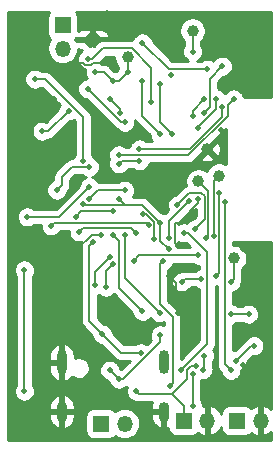
<source format=gbr>
%TF.GenerationSoftware,KiCad,Pcbnew,(5.99.0-2309-gaf729d578)*%
%TF.CreationDate,2020-09-26T21:13:39-04:00*%
%TF.ProjectId,mk2,6d6b322e-6b69-4636-9164-5f7063625858,rev?*%
%TF.SameCoordinates,Original*%
%TF.FileFunction,Copper,L2,Bot*%
%TF.FilePolarity,Positive*%
%FSLAX46Y46*%
G04 Gerber Fmt 4.6, Leading zero omitted, Abs format (unit mm)*
G04 Created by KiCad (PCBNEW (5.99.0-2309-gaf729d578)) date 2020-09-26 21:13:39*
%MOMM*%
%LPD*%
G01*
G04 APERTURE LIST*
%TA.AperFunction,ComponentPad*%
%ADD10O,1.350000X1.350000*%
%TD*%
%TA.AperFunction,ComponentPad*%
%ADD11R,1.350000X1.350000*%
%TD*%
%TA.AperFunction,SMDPad,CuDef*%
%ADD12R,1.600000X0.500000*%
%TD*%
%TA.AperFunction,ComponentPad*%
%ADD13C,0.500000*%
%TD*%
%TA.AperFunction,SMDPad,CuDef*%
%ADD14C,1.000000*%
%TD*%
%TA.AperFunction,ComponentPad*%
%ADD15O,0.900000X1.700000*%
%TD*%
%TA.AperFunction,ComponentPad*%
%ADD16O,0.900000X2.000000*%
%TD*%
%TA.AperFunction,ViaPad*%
%ADD17C,0.500000*%
%TD*%
%TA.AperFunction,Conductor*%
%ADD18C,0.130000*%
%TD*%
%TA.AperFunction,Conductor*%
%ADD19C,0.254000*%
%TD*%
G04 APERTURE END LIST*
D10*
%TO.P,J6,2,Pin_2*%
%TO.N,USB_DP*%
X22500000Y-48000000D03*
D11*
%TO.P,J6,1,Pin_1*%
%TO.N,USB_DN*%
X20500000Y-48000000D03*
%TD*%
D12*
%TO.P,U1,7,EP*%
%TO.N,GND*%
X19750000Y-15500000D03*
D13*
X20300000Y-15500000D03*
X19200000Y-15500000D03*
%TD*%
D14*
%TO.P,TP6,1,1*%
%TO.N,+5V*%
X28250000Y-14750000D03*
%TD*%
%TO.P,TP5,1,1*%
%TO.N,VIN*%
X31750000Y-34000000D03*
%TD*%
D10*
%TO.P,J5,2,Pin_2*%
%TO.N,GND*%
X29500000Y-47750000D03*
D11*
%TO.P,J5,1,Pin_1*%
%TO.N,VUSB*%
X27500000Y-47750000D03*
%TD*%
D10*
%TO.P,J3,2,Pin_2*%
%TO.N,Net-(J3-Pad2)*%
X17250000Y-16250000D03*
D11*
%TO.P,J3,1,Pin_1*%
%TO.N,Net-(J3-Pad1)*%
X17250000Y-14250000D03*
%TD*%
D10*
%TO.P,BT1,2,-*%
%TO.N,GND*%
X34000000Y-47750000D03*
D11*
%TO.P,BT1,1,+*%
%TO.N,+BATT*%
X32000000Y-47750000D03*
%TD*%
D14*
%TO.P,TP4,1,1*%
%TO.N,SWDIO*%
X28750000Y-27500000D03*
%TD*%
%TO.P,TP3,1,1*%
%TO.N,VCC*%
X22750000Y-17000000D03*
%TD*%
%TO.P,TP1,1,1*%
%TO.N,GND*%
X29500000Y-24750000D03*
%TD*%
%TO.P,TP2,1,1*%
%TO.N,SWDCLK*%
X30500000Y-27015000D03*
%TD*%
D15*
%TO.P,J2,S1,SHIELD*%
%TO.N,GND*%
X25820000Y-46990000D03*
X17180000Y-46990000D03*
D16*
X25820000Y-42820000D03*
X17180000Y-42820000D03*
%TD*%
D17*
%TO.N,+BATT*%
X28250008Y-43772832D03*
%TO.N,VUSB*%
X28550338Y-43140525D03*
%TO.N,BATTPOW*%
X29135317Y-43423923D03*
%TO.N,GND*%
X18750000Y-16500000D03*
X20750000Y-17500000D03*
%TO.N,VIN*%
X19385832Y-17135832D03*
%TO.N,GND*%
X32750000Y-44750000D03*
%TO.N,VCC*%
X22750472Y-18265010D03*
%TO.N,GND*%
X19000000Y-20750000D03*
%TO.N,SCL*%
X19367217Y-19654448D03*
%TO.N,GND*%
X17000000Y-18250000D03*
X16500000Y-20525000D03*
%TO.N,LCD_DISP*%
X29250000Y-20500000D03*
X28250000Y-22000000D03*
%TO.N,GND*%
X26443108Y-18515010D03*
%TO.N,LCD_DISP*%
X29500000Y-18000000D03*
X24000000Y-15750000D03*
%TO.N,VIN*%
X24750000Y-20750000D03*
X31500000Y-36000000D03*
%TO.N,+5V*%
X28250000Y-16500000D03*
%TO.N,GND*%
X21000000Y-13250000D03*
%TO.N,VCC*%
X20000000Y-18250000D03*
%TO.N,ACCELINT2*%
X24000000Y-19015010D03*
%TO.N,VUSB*%
X31950874Y-42660031D03*
%TO.N,GND*%
X32559208Y-43035554D03*
%TO.N,VUSB*%
X33450000Y-41400000D03*
%TO.N,+BATT*%
X28250000Y-46500000D03*
%TO.N,GND*%
X30000000Y-44000000D03*
X22500000Y-38750000D03*
X16000000Y-39500000D03*
X17000000Y-37000000D03*
X18500000Y-33250000D03*
X15000000Y-29000000D03*
X15250000Y-24750000D03*
X13500000Y-23250000D03*
%TO.N,BUZZER*%
X15500000Y-23250000D03*
%TO.N,RTCIRQ*%
X24550000Y-31150000D03*
%TO.N,Net-(IC1-Pad34)*%
X24000000Y-38500000D03*
%TO.N,Net-(IC1-Pad35)*%
X25500000Y-38625000D03*
%TO.N,RST*%
X24059352Y-30216976D03*
%TO.N,BUTTON1*%
X14885000Y-18850000D03*
%TO.N,CHGNG*%
X31500000Y-43500000D03*
%TO.N,RST*%
X24956000Y-32375000D03*
%TO.N,BATTPOW*%
X29250000Y-42250000D03*
%TO.N,VUSB*%
X23850002Y-42000000D03*
X20620000Y-40450000D03*
%TO.N,USB_DP*%
X25500000Y-40500000D03*
%TO.N,LCD_CS*%
X29219030Y-21727350D03*
%TO.N,GND*%
X17000000Y-23500000D03*
X28551000Y-37000000D03*
X27000000Y-38625000D03*
X28500000Y-40375000D03*
X14750000Y-14750000D03*
X20250000Y-21750000D03*
X27000000Y-33000000D03*
X30692130Y-23182201D03*
%TO.N,SPI_MOSI*%
X23750000Y-25750000D03*
%TO.N,SPI_CLK*%
X31715010Y-20500000D03*
%TO.N,SPI_MOSI*%
X30731801Y-21231801D03*
X22000000Y-26000000D03*
X23750000Y-24750000D03*
%TO.N,SPI_CLK*%
X22000000Y-25250000D03*
%TO.N,Net-(J4-Pad1)*%
X33000000Y-38750000D03*
X31500000Y-38750000D03*
%TO.N,GND*%
X26250000Y-35500000D03*
%TO.N,VIN*%
X27326320Y-35990837D03*
%TO.N,GND*%
X24000000Y-46500000D03*
%TO.N,SDA*%
X26314765Y-44822982D03*
%TO.N,GND*%
X32500000Y-33250000D03*
%TO.N,FLASHLIGHT*%
X26234990Y-32250000D03*
%TO.N,GND*%
X25750000Y-28250000D03*
%TO.N,SCL*%
X27491427Y-31845936D03*
%TO.N,FLASHLIGHT*%
X27938183Y-29171117D03*
%TO.N,GND*%
X28750000Y-29000000D03*
%TO.N,BACKLIGHT*%
X26971655Y-29480020D03*
%TO.N,GND*%
X20750000Y-39500000D03*
X20500000Y-32000000D03*
%TO.N,VUSB*%
X19856663Y-32621673D03*
%TO.N,RTCIRQ*%
X16265010Y-31250000D03*
%TO.N,GND*%
X16250000Y-27000000D03*
X18250000Y-28250000D03*
%TO.N,SDA*%
X18935749Y-29441123D03*
%TO.N,SQW*%
X18350381Y-30492798D03*
%TO.N,VIN*%
X30500000Y-28500000D03*
%TO.N,SWDIO*%
X29397837Y-32270263D03*
%TO.N,VIN*%
X30250000Y-35500000D03*
%TO.N,SWDCLK*%
X30034990Y-32141613D03*
%TO.N,VIN*%
X29000000Y-35750000D03*
%TO.N,GND*%
X21250000Y-22750000D03*
%TO.N,VUSB*%
X23500000Y-45250000D03*
%TO.N,VCC*%
X21500000Y-19000000D03*
%TO.N,SDA*%
X25750000Y-34250000D03*
X26250000Y-33250000D03*
%TO.N,SCL*%
X27250000Y-43500000D03*
X22500000Y-28250000D03*
%TO.N,SDA*%
X22078812Y-21671188D03*
%TO.N,SCL*%
X22500000Y-22500000D03*
X19500000Y-29000000D03*
%TO.N,BUTTON3*%
X19500000Y-27969988D03*
%TO.N,SDA*%
X22000000Y-29000000D03*
X21250000Y-20500000D03*
%TO.N,ACCELINT1*%
X25500000Y-19250000D03*
X26500000Y-23500000D03*
%TO.N,ACCELINT2*%
X25500000Y-23500000D03*
%TO.N,BUZZER*%
X17750000Y-21500000D03*
%TO.N,SQW*%
X28750000Y-23000000D03*
X30250000Y-20500000D03*
%TO.N,LCD_CS*%
X30750000Y-17750000D03*
%TO.N,Net-(IC1-Pad34)*%
X21507206Y-32045021D03*
%TO.N,Net-(IC1-Pad35)*%
X22507206Y-32045021D03*
%TO.N,BUTTON3*%
X14000000Y-35000000D03*
X14000000Y-45250000D03*
X14250000Y-30500000D03*
%TO.N,BUTTON5*%
X19500000Y-26250000D03*
X16750000Y-28250000D03*
%TO.N,FLASHLIGHT*%
X21500000Y-34519998D03*
%TO.N,BUTTON2*%
X21218353Y-33934174D03*
%TO.N,FLASHLIGHT*%
X20924998Y-36450124D03*
%TO.N,BACKLIGHT*%
X28469989Y-31500000D03*
%TO.N,BUTTON2*%
X23250000Y-34250000D03*
X20000000Y-36250000D03*
X28750000Y-33750000D03*
%TO.N,SCL*%
X23476021Y-31893878D03*
X18631992Y-31765010D03*
%TO.N,SQW*%
X21500000Y-30000000D03*
%TO.N,SDA*%
X25500000Y-31000000D03*
%TO.N,BUTTON1*%
X19000000Y-25750000D03*
%TO.N,CHGNG*%
X31000000Y-29250000D03*
%TO.N,USB_DP*%
X22000000Y-44250000D03*
X21250000Y-43500000D03*
%TD*%
D18*
%TO.N,VUSB*%
X26500001Y-45499999D02*
X27734998Y-44265002D01*
X28097271Y-43140525D02*
X28550338Y-43140525D01*
%TO.N,+BATT*%
X28250000Y-43772840D02*
X28250008Y-43772832D01*
%TO.N,VUSB*%
X27734998Y-43502798D02*
X28097271Y-43140525D01*
%TO.N,+BATT*%
X28250000Y-46500000D02*
X28250000Y-43772840D01*
%TO.N,VUSB*%
X27734998Y-44265002D02*
X27734998Y-43502798D01*
%TO.N,BATTPOW*%
X29250000Y-42250000D02*
X29250000Y-43309240D01*
X29250000Y-43309240D02*
X29135317Y-43423923D01*
%TO.N,VIN*%
X19739385Y-17135832D02*
X19385832Y-17135832D01*
X23117201Y-16234999D02*
X20640218Y-16234999D01*
X24750000Y-20750000D02*
X24750000Y-17867798D01*
X24750000Y-17867798D02*
X23117201Y-16234999D01*
X20640218Y-16234999D02*
X19739385Y-17135832D01*
%TO.N,GND*%
X20750000Y-17500000D02*
X19783866Y-17500000D01*
X19783866Y-17500000D02*
X19633033Y-17650833D01*
X19633033Y-17650833D02*
X19138631Y-17650833D01*
X19138631Y-17650833D02*
X18987798Y-17500000D01*
X18987798Y-17500000D02*
X18250000Y-17500000D01*
%TO.N,SWDIO*%
X28750000Y-27500000D02*
X29545013Y-28295013D01*
X29545013Y-28295013D02*
X29545013Y-28545013D01*
X29545013Y-28545013D02*
X29545013Y-32123087D01*
%TO.N,VCC*%
X22750000Y-17000000D02*
X22750000Y-18264538D01*
X21500000Y-19000000D02*
X22015482Y-19000000D01*
X22750000Y-18264538D02*
X22750472Y-18265010D01*
X22015482Y-19000000D02*
X22750472Y-18265010D01*
%TO.N,SCL*%
X22500000Y-22500000D02*
X22216706Y-22500000D01*
X22216706Y-22500000D02*
X19371154Y-19654448D01*
X19371154Y-19654448D02*
X19367217Y-19654448D01*
%TO.N,LCD_DISP*%
X28250000Y-21500000D02*
X29250000Y-20500000D01*
X28250000Y-22000000D02*
X28250000Y-21500000D01*
%TO.N,LCD_CS*%
X29715002Y-21231378D02*
X29219030Y-21727350D01*
X29715002Y-18784998D02*
X29715002Y-21231378D01*
X30750000Y-17750000D02*
X29715002Y-18784998D01*
%TO.N,LCD_DISP*%
X29500000Y-18000000D02*
X26250000Y-18000000D01*
X26250000Y-18000000D02*
X24000000Y-15750000D01*
%TO.N,VIN*%
X31750000Y-34000000D02*
X31750000Y-35750000D01*
X31750000Y-35750000D02*
X31500000Y-36000000D01*
%TO.N,+5V*%
X28250000Y-16500000D02*
X28250000Y-14750000D01*
%TO.N,GND*%
X21000000Y-13250000D02*
X20750000Y-13250000D01*
X20750000Y-13250000D02*
X20250000Y-13750000D01*
%TO.N,VCC*%
X20000000Y-18250000D02*
X20750000Y-18250000D01*
X20750000Y-18250000D02*
X21500000Y-19000000D01*
%TO.N,ACCELINT2*%
X25500000Y-23500000D02*
X24000000Y-22000000D01*
X24000000Y-22000000D02*
X24000000Y-19015010D01*
%TO.N,VUSB*%
X31950874Y-42660031D02*
X33210905Y-41400000D01*
X33210905Y-41400000D02*
X33450000Y-41400000D01*
X26500001Y-45499999D02*
X27500000Y-46499998D01*
X27500000Y-46499998D02*
X27500000Y-47750000D01*
%TO.N,SDA*%
X22750000Y-29500000D02*
X22500000Y-29500000D01*
X22750000Y-29500000D02*
X24000000Y-29500000D01*
%TO.N,SPI_CLK*%
X27895995Y-25250000D02*
X31215001Y-21930994D01*
%TO.N,SPI_MOSI*%
X22250000Y-25750000D02*
X22000000Y-26000000D01*
X23750000Y-25750000D02*
X22250000Y-25750000D01*
%TO.N,SQW*%
X28750000Y-22854005D02*
X28750000Y-23000000D01*
X30250000Y-21354005D02*
X28750000Y-22854005D01*
X30250000Y-20500000D02*
X30250000Y-21354005D01*
%TO.N,SPI_CLK*%
X31215001Y-21930994D02*
X31215001Y-21000009D01*
%TO.N,SPI_MOSI*%
X28000000Y-24750000D02*
X23750000Y-24750000D01*
%TO.N,SPI_CLK*%
X22000000Y-25250000D02*
X27895995Y-25250000D01*
%TO.N,SPI_MOSI*%
X30731801Y-21231801D02*
X30731801Y-22018199D01*
X30731801Y-22018199D02*
X28000000Y-24750000D01*
%TO.N,SPI_CLK*%
X31215001Y-21000009D02*
X31715010Y-20500000D01*
%TO.N,CHGNG*%
X30984998Y-29265002D02*
X31000000Y-29250000D01*
X31500000Y-43500000D02*
X30984998Y-42984998D01*
X30984998Y-42984998D02*
X30984998Y-29265002D01*
%TO.N,Net-(J4-Pad1)*%
X33000000Y-38750000D02*
X31500000Y-38750000D01*
%TO.N,SDA*%
X26564764Y-38951968D02*
X26564764Y-44572983D01*
%TO.N,VIN*%
X29000000Y-35750000D02*
X27567157Y-35750000D01*
%TO.N,SDA*%
X26564764Y-44572983D02*
X26314765Y-44822982D01*
%TO.N,VIN*%
X27567157Y-35750000D02*
X27326320Y-35990837D01*
%TO.N,GND*%
X26250000Y-35500000D02*
X26816967Y-36066967D01*
%TO.N,SDA*%
X25750000Y-34250000D02*
X25500001Y-34499999D01*
%TO.N,GND*%
X26816967Y-36066967D02*
X26816967Y-37566967D01*
%TO.N,SDA*%
X25500001Y-34499999D02*
X25500001Y-37887205D01*
X25500001Y-37887205D02*
X26564764Y-38951968D01*
%TO.N,GND*%
X26816967Y-37566967D02*
X27000000Y-37750000D01*
X27000000Y-38625000D02*
X27000000Y-38551000D01*
X27000000Y-38551000D02*
X28551000Y-37000000D01*
X28500000Y-40375000D02*
X28500000Y-40125000D01*
X28500000Y-40125000D02*
X27000000Y-38625000D01*
%TO.N,VUSB*%
X23749999Y-45499999D02*
X23500000Y-45250000D01*
X26500001Y-45499999D02*
X23749999Y-45499999D01*
%TO.N,GND*%
X27000000Y-33000000D02*
X26750000Y-32750000D01*
%TO.N,BACKLIGHT*%
X28469989Y-31500000D02*
X29265001Y-30704988D01*
%TO.N,GND*%
X28750000Y-29353553D02*
X28750000Y-29000000D01*
%TO.N,SCL*%
X27844980Y-31845936D02*
X27491427Y-31845936D01*
X29500000Y-33500956D02*
X27844980Y-31845936D01*
%TO.N,BACKLIGHT*%
X29265001Y-30704988D02*
X29265001Y-28752799D01*
%TO.N,FLASHLIGHT*%
X26234990Y-32250000D02*
X26234990Y-30874310D01*
%TO.N,SCL*%
X27250000Y-43500000D02*
X29500000Y-41250000D01*
%TO.N,SWDIO*%
X29545013Y-32123087D02*
X29397837Y-32270263D01*
%TO.N,BACKLIGHT*%
X29265001Y-28752799D02*
X28997201Y-28484999D01*
X27966676Y-28484999D02*
X26971655Y-29480020D01*
%TO.N,GND*%
X26750000Y-32750000D02*
X26750000Y-31000000D01*
%TO.N,SCL*%
X29500000Y-41250000D02*
X29500000Y-33500956D01*
%TO.N,GND*%
X27103553Y-31000000D02*
X28750000Y-29353553D01*
%TO.N,BACKLIGHT*%
X28997201Y-28484999D02*
X27966676Y-28484999D01*
%TO.N,GND*%
X26750000Y-31000000D02*
X27103553Y-31000000D01*
%TO.N,FLASHLIGHT*%
X26234990Y-30874310D02*
X27938183Y-29171117D01*
%TO.N,GND*%
X22500000Y-38750000D02*
X21500000Y-38750000D01*
X21500000Y-38750000D02*
X20750000Y-39500000D01*
%TO.N,VUSB*%
X20620000Y-40450000D02*
X19500001Y-39330001D01*
%TO.N,RTCIRQ*%
X24550000Y-31150000D02*
X24400001Y-31000001D01*
%TO.N,VUSB*%
X19500001Y-39330001D02*
X19500001Y-32978335D01*
X19500001Y-32978335D02*
X19856663Y-32621673D01*
%TO.N,RTCIRQ*%
X24400001Y-31000001D02*
X16515009Y-31000001D01*
%TO.N,GND*%
X20500000Y-32000000D02*
X19750000Y-32000000D01*
%TO.N,RTCIRQ*%
X16515009Y-31000001D02*
X16265010Y-31250000D01*
%TO.N,SCL*%
X23476021Y-31893878D02*
X23002132Y-31419989D01*
X18977013Y-31419989D02*
X18631992Y-31765010D01*
X23002132Y-31419989D02*
X18977013Y-31419989D01*
%TO.N,GND*%
X19750000Y-32000000D02*
X18500000Y-33250000D01*
%TO.N,SDA*%
X22750000Y-29500000D02*
X18994626Y-29500000D01*
%TO.N,SQW*%
X21500000Y-30000000D02*
X18843179Y-30000000D01*
%TO.N,BUTTON5*%
X18033294Y-26250000D02*
X19500000Y-26250000D01*
%TO.N,SQW*%
X18843179Y-30000000D02*
X18350381Y-30492798D01*
%TO.N,BUTTON5*%
X16750000Y-28250000D02*
X17169989Y-27830011D01*
%TO.N,SDA*%
X18994626Y-29500000D02*
X18935749Y-29441123D01*
%TO.N,BUTTON5*%
X17169989Y-27830011D02*
X17169989Y-27113305D01*
X17169989Y-27113305D02*
X18033294Y-26250000D01*
%TO.N,SWDCLK*%
X30500000Y-27015000D02*
X30034990Y-27480010D01*
%TO.N,VIN*%
X30250000Y-35500000D02*
X30500000Y-35250000D01*
%TO.N,SWDCLK*%
X30034990Y-27480010D02*
X30034990Y-32141613D01*
%TO.N,VIN*%
X30500000Y-35250000D02*
X30500000Y-28500000D01*
%TO.N,SDA*%
X26250000Y-33250000D02*
X25500000Y-32500000D01*
X25500000Y-32500000D02*
X25500000Y-31000000D01*
%TO.N,BUTTON3*%
X16969988Y-30500000D02*
X19500000Y-27969988D01*
%TO.N,SCL*%
X19500000Y-29000000D02*
X20250000Y-28250000D01*
%TO.N,BUTTON3*%
X14250000Y-30500000D02*
X16969988Y-30500000D01*
%TO.N,SDA*%
X22078812Y-21328812D02*
X22078812Y-21671188D01*
X21250000Y-20500000D02*
X22078812Y-21328812D01*
%TO.N,SCL*%
X20250000Y-28250000D02*
X22500000Y-28250000D01*
%TO.N,SDA*%
X22500000Y-29500000D02*
X22000000Y-29000000D01*
%TO.N,ACCELINT1*%
X25500000Y-22500000D02*
X26500000Y-23500000D01*
X25500000Y-19250000D02*
X25500000Y-22500000D01*
%TO.N,BUTTON1*%
X15788204Y-18850000D02*
X14885000Y-18850000D01*
X19000000Y-22061796D02*
X15788204Y-18850000D01*
X19000000Y-25750000D02*
X19000000Y-22061796D01*
%TO.N,BUZZER*%
X15500000Y-23250000D02*
X16000000Y-23250000D01*
X16000000Y-23250000D02*
X17750000Y-21500000D01*
%TO.N,Net-(IC1-Pad34)*%
X22015002Y-36515002D02*
X22015002Y-32552817D01*
%TO.N,RST*%
X25015002Y-30926798D02*
X24305180Y-30216976D01*
X25015002Y-32315998D02*
X25015002Y-30926798D01*
%TO.N,Net-(IC1-Pad34)*%
X24000000Y-38500000D02*
X22015002Y-36515002D01*
%TO.N,RST*%
X24956000Y-32375000D02*
X25015002Y-32315998D01*
X24305180Y-30216976D02*
X24059352Y-30216976D01*
%TO.N,Net-(IC1-Pad34)*%
X22015002Y-32552817D02*
X21507206Y-32045021D01*
%TO.N,Net-(IC1-Pad35)*%
X22507206Y-35632206D02*
X22507206Y-32045021D01*
X25500000Y-38625000D02*
X22507206Y-35632206D01*
%TO.N,BUTTON3*%
X14000000Y-35000000D02*
X14000000Y-45250000D01*
%TO.N,BUTTON2*%
X20000000Y-36250000D02*
X20000000Y-35152527D01*
%TO.N,FLASHLIGHT*%
X20924998Y-36450124D02*
X20924998Y-35095000D01*
X20924998Y-35095000D02*
X21500000Y-34519998D01*
%TO.N,BUTTON2*%
X20000000Y-35152527D02*
X21218353Y-33934174D01*
X28750000Y-33750000D02*
X23750000Y-33750000D01*
X23750000Y-33750000D02*
X23250000Y-34250000D01*
%TO.N,SDA*%
X24000000Y-29500000D02*
X25500000Y-31000000D01*
%TO.N,USB_DP*%
X22353553Y-44250000D02*
X22000000Y-44250000D01*
X25500000Y-41103553D02*
X22353553Y-44250000D01*
X25500000Y-40500000D02*
X25500000Y-41103553D01*
%TO.N,VUSB*%
X23850002Y-42000000D02*
X22170000Y-42000000D01*
X22170000Y-42000000D02*
X20620000Y-40450000D01*
%TO.N,USB_DP*%
X21250000Y-43500000D02*
X22000000Y-44250000D01*
%TD*%
%TO.N,GND*%
D19*
X16090410Y-13153990D02*
X16076239Y-13170879D01*
X15975641Y-13345120D01*
X15968100Y-13365837D01*
X15934122Y-13558538D01*
X15933163Y-13569499D01*
X15933163Y-14933258D01*
X15935319Y-14949634D01*
X16010137Y-15228859D01*
X16022880Y-15253339D01*
X16153990Y-15409590D01*
X16170879Y-15423761D01*
X16210723Y-15446765D01*
X16089756Y-15633038D01*
X16084377Y-15643263D01*
X15996752Y-15854807D01*
X15993325Y-15865841D01*
X15945719Y-16089812D01*
X15944361Y-16101285D01*
X15938368Y-16330180D01*
X15939124Y-16341708D01*
X15974943Y-16567863D01*
X15977787Y-16579061D01*
X16054219Y-16794901D01*
X16059056Y-16805393D01*
X16173543Y-17003691D01*
X16180211Y-17013126D01*
X16328918Y-17187238D01*
X16337193Y-17195300D01*
X16515140Y-17339398D01*
X16524746Y-17345817D01*
X16725971Y-17455073D01*
X16736587Y-17459634D01*
X16954354Y-17530391D01*
X16965622Y-17532941D01*
X17192638Y-17562828D01*
X17204183Y-17563282D01*
X17432842Y-17551298D01*
X17444276Y-17549640D01*
X17666923Y-17496187D01*
X17677863Y-17492473D01*
X17887041Y-17399342D01*
X17897122Y-17393697D01*
X18085825Y-17264004D01*
X18094708Y-17256616D01*
X18256616Y-17094708D01*
X18264004Y-17085825D01*
X18393697Y-16897122D01*
X18399342Y-16887041D01*
X18492473Y-16677863D01*
X18496187Y-16666923D01*
X18549833Y-16443472D01*
X18551557Y-16430379D01*
X18556158Y-16254695D01*
X18720120Y-16349359D01*
X18740837Y-16356900D01*
X18900807Y-16385107D01*
X18721830Y-16537428D01*
X18709946Y-16550885D01*
X18580567Y-16747845D01*
X18572937Y-16764096D01*
X18504039Y-16989450D01*
X18501277Y-17007190D01*
X18498399Y-17242825D01*
X18500727Y-17260626D01*
X18564097Y-17487597D01*
X18571328Y-17504030D01*
X18695856Y-17704091D01*
X18707408Y-17717834D01*
X18883081Y-17874903D01*
X18898025Y-17884851D01*
X19110720Y-17986302D01*
X19127857Y-17991656D01*
X19151278Y-17995449D01*
X19118207Y-18103618D01*
X19115445Y-18121358D01*
X19112567Y-18356993D01*
X19114895Y-18374794D01*
X19178265Y-18601765D01*
X19185496Y-18618198D01*
X19281168Y-18771900D01*
X19130229Y-18792576D01*
X19112967Y-18797509D01*
X18897856Y-18893733D01*
X18882673Y-18903313D01*
X18703215Y-19056044D01*
X18691331Y-19069501D01*
X18561952Y-19266461D01*
X18554322Y-19282712D01*
X18485424Y-19508066D01*
X18482662Y-19525806D01*
X18479784Y-19761441D01*
X18482112Y-19779242D01*
X18545482Y-20006213D01*
X18552713Y-20022646D01*
X18677241Y-20222707D01*
X18688793Y-20236450D01*
X18864466Y-20393519D01*
X18879410Y-20403467D01*
X19092106Y-20504918D01*
X19109242Y-20510272D01*
X19260040Y-20534696D01*
X21756182Y-23030840D01*
X21756196Y-23030853D01*
X21792434Y-23067091D01*
X21808480Y-23078749D01*
X21830468Y-23089952D01*
X21997249Y-23239071D01*
X22012193Y-23249019D01*
X22224888Y-23350470D01*
X22242025Y-23355824D01*
X22474646Y-23393500D01*
X22492596Y-23393829D01*
X22726440Y-23364702D01*
X22743761Y-23359980D01*
X22960032Y-23266392D01*
X22975331Y-23256998D01*
X23156642Y-23106471D01*
X23168690Y-23093161D01*
X23300464Y-22897796D01*
X23308292Y-22881640D01*
X23380056Y-22656775D01*
X23383050Y-22638289D01*
X23386165Y-22383328D01*
X23383624Y-22364774D01*
X23373576Y-22330411D01*
X23400449Y-22367400D01*
X23421252Y-22408228D01*
X23432910Y-22424273D01*
X23472322Y-22463684D01*
X24612604Y-23603967D01*
X24612567Y-23606992D01*
X24614895Y-23624794D01*
X24678265Y-23851765D01*
X24685496Y-23868198D01*
X24798036Y-24049000D01*
X24294306Y-24049000D01*
X24243685Y-24004841D01*
X24228620Y-23995076D01*
X24014700Y-23896232D01*
X23997500Y-23891088D01*
X23764436Y-23856256D01*
X23746483Y-23856147D01*
X23513012Y-23888128D01*
X23495750Y-23893061D01*
X23280639Y-23989285D01*
X23265456Y-23998865D01*
X23085998Y-24151596D01*
X23074114Y-24165053D01*
X22944735Y-24362013D01*
X22937105Y-24378264D01*
X22884905Y-24549000D01*
X22544306Y-24549000D01*
X22493685Y-24504841D01*
X22478620Y-24495076D01*
X22264700Y-24396232D01*
X22247500Y-24391088D01*
X22014436Y-24356256D01*
X21996483Y-24356147D01*
X21763012Y-24388128D01*
X21745750Y-24393061D01*
X21530639Y-24489285D01*
X21515456Y-24498865D01*
X21335998Y-24651596D01*
X21324114Y-24665053D01*
X21194735Y-24862013D01*
X21187105Y-24878264D01*
X21118207Y-25103618D01*
X21115445Y-25121358D01*
X21112567Y-25356993D01*
X21114895Y-25374794D01*
X21178265Y-25601765D01*
X21185496Y-25618197D01*
X21189107Y-25623999D01*
X21187105Y-25628264D01*
X21118207Y-25853618D01*
X21115445Y-25871358D01*
X21112567Y-26106993D01*
X21114895Y-26124794D01*
X21178265Y-26351765D01*
X21185496Y-26368198D01*
X21310024Y-26568259D01*
X21321576Y-26582002D01*
X21497249Y-26739071D01*
X21512193Y-26749019D01*
X21724888Y-26850470D01*
X21742025Y-26855824D01*
X21974646Y-26893500D01*
X21992596Y-26893829D01*
X22226440Y-26864702D01*
X22243761Y-26859980D01*
X22460032Y-26766392D01*
X22475331Y-26756998D01*
X22656642Y-26606471D01*
X22668690Y-26593161D01*
X22764579Y-26451000D01*
X23204669Y-26451000D01*
X23247249Y-26489071D01*
X23262193Y-26499019D01*
X23474888Y-26600470D01*
X23492025Y-26605824D01*
X23724646Y-26643500D01*
X23742596Y-26643829D01*
X23976440Y-26614702D01*
X23993761Y-26609980D01*
X24210032Y-26516392D01*
X24225331Y-26506998D01*
X24406642Y-26356471D01*
X24418690Y-26343161D01*
X24550464Y-26147796D01*
X24558292Y-26131640D01*
X24615942Y-25951000D01*
X27946451Y-25951000D01*
X27946463Y-25950999D01*
X27996982Y-25950999D01*
X28016571Y-25947896D01*
X28060140Y-25933740D01*
X28105399Y-25926571D01*
X28124261Y-25920443D01*
X28165091Y-25899639D01*
X28208660Y-25885483D01*
X28226332Y-25876479D01*
X28263399Y-25849548D01*
X28304222Y-25828748D01*
X28320267Y-25817091D01*
X28456073Y-25681284D01*
X28563281Y-25574076D01*
X28856945Y-25574076D01*
X28867415Y-25691388D01*
X28939009Y-25741145D01*
X28949768Y-25747158D01*
X29142207Y-25831232D01*
X29153929Y-25835040D01*
X29359033Y-25880136D01*
X29371271Y-25881595D01*
X29581229Y-25885993D01*
X29593518Y-25885048D01*
X29800332Y-25848581D01*
X29812202Y-25845266D01*
X30007993Y-25769324D01*
X30018994Y-25763767D01*
X30129232Y-25693809D01*
X30142511Y-25573531D01*
X29552191Y-24983210D01*
X29447809Y-24983210D01*
X28856945Y-25574076D01*
X28563281Y-25574076D01*
X29439548Y-24697809D01*
X29733210Y-24697809D01*
X29733210Y-24802191D01*
X30324287Y-25393267D01*
X30441100Y-25383252D01*
X30487203Y-25317897D01*
X30493291Y-25307181D01*
X30578708Y-25115334D01*
X30582599Y-25103638D01*
X30629222Y-24898423D01*
X30630786Y-24885309D01*
X30634123Y-24646318D01*
X30632926Y-24633165D01*
X30592050Y-24426727D01*
X30588488Y-24414928D01*
X30508461Y-24220770D01*
X30502675Y-24209888D01*
X30442443Y-24119233D01*
X30323645Y-24107375D01*
X29733210Y-24697809D01*
X29439548Y-24697809D01*
X31116000Y-23021358D01*
X31116000Y-26062594D01*
X31047099Y-26016119D01*
X31036257Y-26010257D01*
X30842662Y-25928878D01*
X30830888Y-25925234D01*
X30625173Y-25883006D01*
X30612916Y-25881718D01*
X30402917Y-25880252D01*
X30390643Y-25881369D01*
X30184360Y-25920720D01*
X30172536Y-25924199D01*
X29977824Y-26002868D01*
X29966902Y-26008578D01*
X29791178Y-26123569D01*
X29781572Y-26131292D01*
X29631531Y-26278223D01*
X29623608Y-26287665D01*
X29504963Y-26460942D01*
X29499026Y-26471742D01*
X29443973Y-26600188D01*
X29297099Y-26501119D01*
X29286257Y-26495257D01*
X29092662Y-26413878D01*
X29080888Y-26410234D01*
X28875173Y-26368006D01*
X28862916Y-26366718D01*
X28652917Y-26365252D01*
X28640643Y-26366369D01*
X28434360Y-26405720D01*
X28422536Y-26409199D01*
X28227824Y-26487868D01*
X28216902Y-26493578D01*
X28041178Y-26608569D01*
X28031572Y-26616292D01*
X27881531Y-26763223D01*
X27873608Y-26772665D01*
X27754963Y-26945942D01*
X27749026Y-26956742D01*
X27666296Y-27149763D01*
X27662570Y-27161511D01*
X27618907Y-27366927D01*
X27617533Y-27379175D01*
X27614601Y-27589158D01*
X27615633Y-27601439D01*
X27653542Y-27807994D01*
X27656940Y-27819842D01*
X27667016Y-27845290D01*
X27654010Y-27849516D01*
X27636340Y-27858519D01*
X27599270Y-27885452D01*
X27558448Y-27906252D01*
X27542403Y-27917909D01*
X27506166Y-27954146D01*
X27506152Y-27954159D01*
X26859226Y-28601086D01*
X26734667Y-28618148D01*
X26717405Y-28623081D01*
X26502294Y-28719305D01*
X26487111Y-28728885D01*
X26307653Y-28881616D01*
X26295769Y-28895073D01*
X26166390Y-29092033D01*
X26158760Y-29108284D01*
X26089862Y-29333638D01*
X26087100Y-29351378D01*
X26084222Y-29587013D01*
X26086550Y-29604814D01*
X26149920Y-29831785D01*
X26157151Y-29848217D01*
X26200338Y-29917600D01*
X25906285Y-30211653D01*
X25764700Y-30146232D01*
X25747500Y-30141088D01*
X25612235Y-30120872D01*
X24463684Y-28972322D01*
X24424272Y-28932909D01*
X24408227Y-28921252D01*
X24367404Y-28900452D01*
X24330337Y-28873521D01*
X24312665Y-28864517D01*
X24269096Y-28850361D01*
X24228266Y-28829557D01*
X24209404Y-28823429D01*
X24164145Y-28816260D01*
X24120576Y-28802104D01*
X24100987Y-28799001D01*
X24050468Y-28799001D01*
X24050456Y-28799000D01*
X23198477Y-28799000D01*
X23300464Y-28647796D01*
X23308292Y-28631640D01*
X23380056Y-28406775D01*
X23383050Y-28388289D01*
X23386165Y-28133328D01*
X23383624Y-28114774D01*
X23317376Y-27888223D01*
X23309945Y-27871879D01*
X23182983Y-27673354D01*
X23171264Y-27659753D01*
X22993685Y-27504841D01*
X22978620Y-27495076D01*
X22764700Y-27396232D01*
X22747500Y-27391088D01*
X22514436Y-27356256D01*
X22496483Y-27356147D01*
X22263012Y-27388128D01*
X22245750Y-27393061D01*
X22030639Y-27489285D01*
X22015456Y-27498865D01*
X21956548Y-27549000D01*
X20282530Y-27549000D01*
X20182983Y-27393342D01*
X20171264Y-27379741D01*
X19993685Y-27224829D01*
X19978620Y-27215064D01*
X19764700Y-27116220D01*
X19747500Y-27111076D01*
X19742488Y-27110327D01*
X19743761Y-27109980D01*
X19960032Y-27016392D01*
X19975331Y-27006998D01*
X20156642Y-26856471D01*
X20168690Y-26843161D01*
X20300464Y-26647796D01*
X20308292Y-26631640D01*
X20380056Y-26406775D01*
X20383050Y-26388289D01*
X20386165Y-26133328D01*
X20383624Y-26114774D01*
X20317376Y-25888223D01*
X20309945Y-25871879D01*
X20182983Y-25673354D01*
X20171264Y-25659753D01*
X19993685Y-25504841D01*
X19978620Y-25495076D01*
X19828313Y-25425625D01*
X19817376Y-25388222D01*
X19809945Y-25371879D01*
X19701000Y-25201526D01*
X19701000Y-22011340D01*
X19700999Y-22011328D01*
X19700999Y-21960808D01*
X19697897Y-21941220D01*
X19683740Y-21897651D01*
X19676571Y-21852392D01*
X19670443Y-21833530D01*
X19649642Y-21792706D01*
X19635482Y-21749128D01*
X19626478Y-21731457D01*
X19599547Y-21694390D01*
X19578748Y-21653569D01*
X19567091Y-21637524D01*
X19530853Y-21601286D01*
X19530840Y-21601272D01*
X16251888Y-18322322D01*
X16212476Y-18282909D01*
X16196431Y-18271252D01*
X16155608Y-18250452D01*
X16118541Y-18223521D01*
X16100869Y-18214517D01*
X16057300Y-18200361D01*
X16016470Y-18179557D01*
X15997608Y-18173429D01*
X15952349Y-18166260D01*
X15908780Y-18152104D01*
X15889191Y-18149001D01*
X15838672Y-18149001D01*
X15838660Y-18149000D01*
X15429306Y-18149000D01*
X15378685Y-18104841D01*
X15363620Y-18095076D01*
X15149700Y-17996232D01*
X15132500Y-17991088D01*
X14899436Y-17956256D01*
X14881483Y-17956147D01*
X14648012Y-17988128D01*
X14630750Y-17993061D01*
X14415639Y-18089285D01*
X14400456Y-18098865D01*
X14220998Y-18251596D01*
X14209114Y-18265053D01*
X14079735Y-18462013D01*
X14072105Y-18478264D01*
X14003207Y-18703618D01*
X14000445Y-18721358D01*
X13997567Y-18956993D01*
X13999895Y-18974794D01*
X14063265Y-19201765D01*
X14070496Y-19218198D01*
X14195024Y-19418259D01*
X14206576Y-19432002D01*
X14382249Y-19589071D01*
X14397193Y-19599019D01*
X14609888Y-19700470D01*
X14627025Y-19705824D01*
X14859646Y-19743500D01*
X14877596Y-19743829D01*
X15111440Y-19714702D01*
X15128761Y-19709980D01*
X15345032Y-19616392D01*
X15360331Y-19606998D01*
X15427782Y-19551000D01*
X15497842Y-19551000D01*
X16989978Y-21043137D01*
X16944735Y-21112013D01*
X16937105Y-21128264D01*
X16868207Y-21353618D01*
X16865445Y-21371358D01*
X16865175Y-21393463D01*
X15831528Y-22427110D01*
X15764700Y-22396232D01*
X15747500Y-22391088D01*
X15514436Y-22356256D01*
X15496483Y-22356147D01*
X15263012Y-22388128D01*
X15245750Y-22393061D01*
X15030639Y-22489285D01*
X15015456Y-22498865D01*
X14835998Y-22651596D01*
X14824114Y-22665053D01*
X14694735Y-22862013D01*
X14687105Y-22878264D01*
X14618207Y-23103618D01*
X14615445Y-23121358D01*
X14612567Y-23356993D01*
X14614895Y-23374794D01*
X14678265Y-23601765D01*
X14685496Y-23618198D01*
X14810024Y-23818259D01*
X14821576Y-23832002D01*
X14997249Y-23989071D01*
X15012193Y-23999019D01*
X15224888Y-24100470D01*
X15242025Y-24105824D01*
X15474646Y-24143500D01*
X15492596Y-24143829D01*
X15726440Y-24114702D01*
X15743761Y-24109980D01*
X15960032Y-24016392D01*
X15975331Y-24006998D01*
X16042782Y-23951000D01*
X16050456Y-23951000D01*
X16050468Y-23950999D01*
X16100987Y-23950999D01*
X16120576Y-23947896D01*
X16164145Y-23933740D01*
X16209404Y-23926571D01*
X16228266Y-23920443D01*
X16269096Y-23899639D01*
X16312665Y-23885483D01*
X16330337Y-23876479D01*
X16367404Y-23849548D01*
X16408227Y-23828748D01*
X16424272Y-23817091D01*
X17862463Y-22378899D01*
X17976440Y-22364702D01*
X17993761Y-22359980D01*
X18210031Y-22266392D01*
X18212015Y-22265174D01*
X18299001Y-22352160D01*
X18299000Y-25203284D01*
X18194735Y-25362013D01*
X18187105Y-25378264D01*
X18134905Y-25549000D01*
X17982838Y-25549000D01*
X17982826Y-25549001D01*
X17932307Y-25549001D01*
X17912718Y-25552104D01*
X17869149Y-25566260D01*
X17823890Y-25573429D01*
X17805028Y-25579557D01*
X17764200Y-25600360D01*
X17720628Y-25614517D01*
X17702956Y-25623522D01*
X17665892Y-25650451D01*
X17625067Y-25671252D01*
X17609022Y-25682909D01*
X16639149Y-26652782D01*
X16639136Y-26652796D01*
X16602900Y-26689032D01*
X16591243Y-26705077D01*
X16570443Y-26745899D01*
X16543510Y-26782969D01*
X16534506Y-26800640D01*
X16520348Y-26844212D01*
X16499546Y-26885039D01*
X16493418Y-26903901D01*
X16486249Y-26949160D01*
X16472093Y-26992729D01*
X16468990Y-27012318D01*
X16468990Y-27062837D01*
X16468989Y-27062849D01*
X16468989Y-27405033D01*
X16280639Y-27489285D01*
X16265456Y-27498865D01*
X16085998Y-27651596D01*
X16074114Y-27665053D01*
X15944735Y-27862013D01*
X15937105Y-27878264D01*
X15868207Y-28103618D01*
X15865445Y-28121358D01*
X15862567Y-28356993D01*
X15864895Y-28374794D01*
X15928265Y-28601765D01*
X15935496Y-28618198D01*
X16060024Y-28818259D01*
X16071576Y-28832002D01*
X16247249Y-28989071D01*
X16262193Y-28999019D01*
X16474888Y-29100470D01*
X16492025Y-29105824D01*
X16724646Y-29143500D01*
X16742596Y-29143829D01*
X16976440Y-29114702D01*
X16993761Y-29109980D01*
X17210032Y-29016392D01*
X17225331Y-29006998D01*
X17406642Y-28856471D01*
X17418690Y-28843161D01*
X17550464Y-28647796D01*
X17558292Y-28631640D01*
X17630056Y-28406775D01*
X17633050Y-28388289D01*
X17633421Y-28357942D01*
X17700829Y-28290535D01*
X17700842Y-28290521D01*
X17737079Y-28254284D01*
X17748736Y-28238239D01*
X17769536Y-28197417D01*
X17796469Y-28160347D01*
X17805472Y-28142677D01*
X17819629Y-28099106D01*
X17840432Y-28058278D01*
X17846560Y-28039416D01*
X17853729Y-27994156D01*
X17867886Y-27950587D01*
X17870988Y-27930999D01*
X17870988Y-27880479D01*
X17870989Y-27880467D01*
X17870989Y-27403667D01*
X18323656Y-26951000D01*
X18954669Y-26951000D01*
X18997249Y-26989071D01*
X19012193Y-26999019D01*
X19224888Y-27100470D01*
X19242025Y-27105824D01*
X19260539Y-27108823D01*
X19245750Y-27113049D01*
X19030639Y-27209273D01*
X19015456Y-27218853D01*
X18835998Y-27371584D01*
X18824114Y-27385041D01*
X18694735Y-27582001D01*
X18687105Y-27598252D01*
X18618207Y-27823606D01*
X18615445Y-27841346D01*
X18615175Y-27863450D01*
X16679626Y-29799000D01*
X14794306Y-29799000D01*
X14743685Y-29754841D01*
X14728620Y-29745076D01*
X14514700Y-29646232D01*
X14497500Y-29641088D01*
X14264436Y-29606256D01*
X14246483Y-29606147D01*
X14013012Y-29638128D01*
X13995750Y-29643061D01*
X13780639Y-29739285D01*
X13765456Y-29748865D01*
X13585998Y-29901596D01*
X13574114Y-29915053D01*
X13444735Y-30112013D01*
X13437105Y-30128264D01*
X13368207Y-30353618D01*
X13365445Y-30371358D01*
X13362567Y-30606993D01*
X13364895Y-30624794D01*
X13428265Y-30851765D01*
X13435496Y-30868198D01*
X13560024Y-31068259D01*
X13571576Y-31082002D01*
X13747249Y-31239071D01*
X13762193Y-31249019D01*
X13974888Y-31350470D01*
X13992025Y-31355824D01*
X14224646Y-31393500D01*
X14242596Y-31393829D01*
X14476440Y-31364702D01*
X14493761Y-31359980D01*
X14710032Y-31266392D01*
X14725331Y-31256998D01*
X14792782Y-31201000D01*
X15379482Y-31201000D01*
X15377577Y-31356993D01*
X15379905Y-31374794D01*
X15443275Y-31601765D01*
X15450506Y-31618198D01*
X15575034Y-31818259D01*
X15586586Y-31832002D01*
X15762259Y-31989071D01*
X15777203Y-31999019D01*
X15989898Y-32100470D01*
X16007035Y-32105824D01*
X16239656Y-32143500D01*
X16257606Y-32143829D01*
X16491450Y-32114702D01*
X16508771Y-32109980D01*
X16725042Y-32016392D01*
X16740341Y-32006998D01*
X16921652Y-31856471D01*
X16933700Y-31843161D01*
X17029587Y-31701001D01*
X17746648Y-31701001D01*
X17744559Y-31872003D01*
X17746887Y-31889804D01*
X17810257Y-32116775D01*
X17817488Y-32133208D01*
X17942016Y-32333269D01*
X17953568Y-32347012D01*
X18129241Y-32504081D01*
X18144185Y-32514029D01*
X18356880Y-32615480D01*
X18374017Y-32620834D01*
X18606638Y-32658510D01*
X18624588Y-32658839D01*
X18858432Y-32629712D01*
X18875753Y-32624990D01*
X18896882Y-32615847D01*
X18873522Y-32647999D01*
X18864518Y-32665670D01*
X18850360Y-32709245D01*
X18829559Y-32750069D01*
X18823431Y-32768931D01*
X18816263Y-32814184D01*
X18802105Y-32857759D01*
X18799002Y-32877348D01*
X18799002Y-32933084D01*
X18799001Y-39380456D01*
X18799002Y-39380468D01*
X18799002Y-39430988D01*
X18802104Y-39450576D01*
X18816261Y-39494145D01*
X18823430Y-39539404D01*
X18829558Y-39558266D01*
X18850359Y-39599091D01*
X18864518Y-39642667D01*
X18873522Y-39660337D01*
X18900450Y-39697401D01*
X18921253Y-39738229D01*
X18932911Y-39754274D01*
X19732604Y-40553966D01*
X19732567Y-40556992D01*
X19734895Y-40574794D01*
X19798265Y-40801765D01*
X19805496Y-40818198D01*
X19930024Y-41018259D01*
X19941576Y-41032002D01*
X20117249Y-41189071D01*
X20132193Y-41199019D01*
X20344889Y-41300470D01*
X20362025Y-41305824D01*
X20508125Y-41329487D01*
X21709476Y-42530840D01*
X21709490Y-42530853D01*
X21745727Y-42567090D01*
X21761772Y-42578747D01*
X21802594Y-42599547D01*
X21839664Y-42626480D01*
X21857334Y-42635483D01*
X21900905Y-42649640D01*
X21941733Y-42670443D01*
X21960595Y-42676571D01*
X22005855Y-42683740D01*
X22049424Y-42697897D01*
X22069012Y-42700999D01*
X22119532Y-42700999D01*
X22119544Y-42701000D01*
X22911191Y-42701000D01*
X22224535Y-43387656D01*
X22134923Y-43374263D01*
X22133624Y-43364775D01*
X22067376Y-43138223D01*
X22059945Y-43121879D01*
X21932983Y-42923354D01*
X21921264Y-42909753D01*
X21743685Y-42754841D01*
X21728620Y-42745076D01*
X21514700Y-42646232D01*
X21497500Y-42641088D01*
X21264436Y-42606256D01*
X21246483Y-42606147D01*
X21013012Y-42638128D01*
X20995750Y-42643061D01*
X20780639Y-42739285D01*
X20765456Y-42748865D01*
X20585998Y-42901596D01*
X20574114Y-42915053D01*
X20444735Y-43112013D01*
X20437105Y-43128264D01*
X20368207Y-43353618D01*
X20365445Y-43371358D01*
X20362567Y-43606993D01*
X20364895Y-43624794D01*
X20428265Y-43851765D01*
X20435496Y-43868198D01*
X20560024Y-44068259D01*
X20571576Y-44082002D01*
X20747249Y-44239071D01*
X20762193Y-44249019D01*
X20974889Y-44350470D01*
X20992025Y-44355824D01*
X21115167Y-44375768D01*
X21178265Y-44601765D01*
X21185496Y-44618198D01*
X21310024Y-44818259D01*
X21321576Y-44832002D01*
X21497249Y-44989071D01*
X21512193Y-44999019D01*
X21724888Y-45100470D01*
X21742025Y-45105824D01*
X21974646Y-45143500D01*
X21992596Y-45143829D01*
X22226440Y-45114702D01*
X22243761Y-45109980D01*
X22460032Y-45016392D01*
X22475331Y-45006998D01*
X22578153Y-44921634D01*
X22581819Y-44920443D01*
X22622649Y-44899639D01*
X22666218Y-44885483D01*
X22683890Y-44876479D01*
X22690041Y-44872010D01*
X22687105Y-44878264D01*
X22618207Y-45103618D01*
X22615445Y-45121358D01*
X22612567Y-45356993D01*
X22614895Y-45374794D01*
X22678265Y-45601765D01*
X22685496Y-45618198D01*
X22810024Y-45818259D01*
X22821576Y-45832002D01*
X22997249Y-45989071D01*
X23012193Y-45999019D01*
X23224888Y-46100470D01*
X23242025Y-46105824D01*
X23449457Y-46139421D01*
X23480905Y-46149638D01*
X23521732Y-46170441D01*
X23540594Y-46176570D01*
X23585853Y-46183739D01*
X23629422Y-46197895D01*
X23649011Y-46200998D01*
X23699531Y-46200998D01*
X23699543Y-46200999D01*
X24806123Y-46200999D01*
X24756370Y-46357842D01*
X24753760Y-46370338D01*
X24736345Y-46536011D01*
X24736000Y-46542601D01*
X24736000Y-46788191D01*
X24809809Y-46862000D01*
X25618192Y-46862001D01*
X25618193Y-46862000D01*
X25948000Y-46862001D01*
X25947999Y-48377013D01*
X26049045Y-48452605D01*
X26183163Y-48413132D01*
X26183163Y-48433258D01*
X26185319Y-48449634D01*
X26260137Y-48728859D01*
X26272880Y-48753339D01*
X26403990Y-48909590D01*
X26420879Y-48923761D01*
X26595120Y-49024359D01*
X26615837Y-49031900D01*
X26808538Y-49065878D01*
X26819499Y-49066837D01*
X28183258Y-49066837D01*
X28199634Y-49064681D01*
X28478859Y-48989863D01*
X28503339Y-48977120D01*
X28659590Y-48846010D01*
X28673761Y-48829121D01*
X28698829Y-48785701D01*
X28765140Y-48839398D01*
X28774746Y-48845817D01*
X28975971Y-48955073D01*
X28986587Y-48959634D01*
X29204354Y-49030391D01*
X29215623Y-49032941D01*
X29286156Y-49042226D01*
X29372000Y-48966943D01*
X29372001Y-47951808D01*
X29372000Y-47951807D01*
X29372000Y-47548192D01*
X29627999Y-47548192D01*
X29628000Y-47548193D01*
X29627999Y-48966836D01*
X29723988Y-49042508D01*
X29916924Y-48996187D01*
X29927863Y-48992473D01*
X30137041Y-48899342D01*
X30147122Y-48893697D01*
X30335825Y-48764004D01*
X30344708Y-48756616D01*
X30506616Y-48594708D01*
X30514004Y-48585825D01*
X30643697Y-48397122D01*
X30649342Y-48387041D01*
X30683163Y-48311077D01*
X30683163Y-48433258D01*
X30685319Y-48449634D01*
X30760137Y-48728859D01*
X30772880Y-48753339D01*
X30903990Y-48909590D01*
X30920879Y-48923761D01*
X31095120Y-49024359D01*
X31115837Y-49031900D01*
X31308538Y-49065878D01*
X31319499Y-49066837D01*
X32683258Y-49066837D01*
X32699634Y-49064681D01*
X32978859Y-48989863D01*
X33003339Y-48977120D01*
X33159590Y-48846010D01*
X33173761Y-48829121D01*
X33198829Y-48785701D01*
X33265140Y-48839398D01*
X33274746Y-48845817D01*
X33475971Y-48955073D01*
X33486587Y-48959634D01*
X33704354Y-49030391D01*
X33715623Y-49032941D01*
X33786156Y-49042226D01*
X33872000Y-48966943D01*
X33872001Y-47951808D01*
X33872000Y-47951807D01*
X33872001Y-46531104D01*
X33773409Y-46455451D01*
X33550598Y-46515154D01*
X33539758Y-46519152D01*
X33333091Y-46617728D01*
X33323162Y-46623635D01*
X33199362Y-46713581D01*
X33096010Y-46590410D01*
X33079121Y-46576239D01*
X32904880Y-46475641D01*
X32884163Y-46468100D01*
X32691462Y-46434122D01*
X32680501Y-46433163D01*
X31316742Y-46433163D01*
X31300366Y-46435319D01*
X31021142Y-46510137D01*
X30996662Y-46522880D01*
X30840410Y-46653990D01*
X30826239Y-46670879D01*
X30725641Y-46845120D01*
X30718100Y-46865837D01*
X30684122Y-47058538D01*
X30683163Y-47069499D01*
X30683163Y-47179340D01*
X30681107Y-47173984D01*
X30675997Y-47163622D01*
X30556358Y-46968390D01*
X30549446Y-46959132D01*
X30396232Y-46788972D01*
X30387748Y-46781129D01*
X30206091Y-46641739D01*
X30196320Y-46635574D01*
X29992303Y-46531622D01*
X29981572Y-46527340D01*
X29729222Y-46452591D01*
X29628000Y-46528177D01*
X29627999Y-47548192D01*
X29372000Y-47548192D01*
X29372001Y-46531104D01*
X29273409Y-46455451D01*
X29134830Y-46492584D01*
X29136165Y-46383328D01*
X29133624Y-46364774D01*
X29067376Y-46138223D01*
X29059945Y-46121879D01*
X28951000Y-45951526D01*
X28951000Y-44318104D01*
X28967070Y-44294279D01*
X29109963Y-44317423D01*
X29127913Y-44317752D01*
X29361757Y-44288625D01*
X29379078Y-44283903D01*
X29595349Y-44190315D01*
X29610648Y-44180921D01*
X29791959Y-44030394D01*
X29804007Y-44017084D01*
X29935781Y-43821719D01*
X29943609Y-43805563D01*
X30015373Y-43580698D01*
X30018367Y-43562212D01*
X30021482Y-43307251D01*
X30018941Y-43288697D01*
X29952693Y-43062146D01*
X29951000Y-43058422D01*
X29951000Y-42795260D01*
X30050465Y-42647796D01*
X30058292Y-42631640D01*
X30130056Y-42406775D01*
X30133050Y-42388289D01*
X30136165Y-42133328D01*
X30133624Y-42114774D01*
X30067376Y-41888223D01*
X30059945Y-41871879D01*
X29985653Y-41755711D01*
X30030841Y-41710523D01*
X30030854Y-41710509D01*
X30067091Y-41674272D01*
X30078748Y-41658227D01*
X30099547Y-41617405D01*
X30126479Y-41580338D01*
X30135483Y-41562666D01*
X30149640Y-41519094D01*
X30170443Y-41478266D01*
X30176571Y-41459404D01*
X30183740Y-41414145D01*
X30197896Y-41370576D01*
X30200999Y-41350987D01*
X30200999Y-41300468D01*
X30201000Y-41300456D01*
X30201000Y-36389670D01*
X30224646Y-36393500D01*
X30242596Y-36393829D01*
X30283998Y-36388672D01*
X30283998Y-43035453D01*
X30283999Y-43035465D01*
X30283999Y-43085985D01*
X30287101Y-43105573D01*
X30301258Y-43149142D01*
X30308427Y-43194401D01*
X30314555Y-43213263D01*
X30335356Y-43254088D01*
X30349515Y-43297664D01*
X30358519Y-43315334D01*
X30385447Y-43352398D01*
X30406250Y-43393226D01*
X30417908Y-43409271D01*
X30612604Y-43603966D01*
X30612567Y-43606992D01*
X30614895Y-43624794D01*
X30678265Y-43851765D01*
X30685496Y-43868198D01*
X30810024Y-44068259D01*
X30821576Y-44082002D01*
X30997249Y-44239071D01*
X31012193Y-44249019D01*
X31224888Y-44350470D01*
X31242025Y-44355824D01*
X31474646Y-44393500D01*
X31492596Y-44393829D01*
X31726440Y-44364702D01*
X31743761Y-44359980D01*
X31960032Y-44266392D01*
X31975331Y-44256998D01*
X32156642Y-44106471D01*
X32168690Y-44093161D01*
X32300464Y-43897796D01*
X32308292Y-43881640D01*
X32380056Y-43656775D01*
X32383050Y-43638289D01*
X32385504Y-43437415D01*
X32410906Y-43426423D01*
X32426205Y-43417029D01*
X32607516Y-43266502D01*
X32619564Y-43253192D01*
X32751338Y-43057827D01*
X32759166Y-43041671D01*
X32830930Y-42816806D01*
X32833924Y-42798320D01*
X32834295Y-42767972D01*
X33324919Y-42277348D01*
X33424646Y-42293500D01*
X33442596Y-42293829D01*
X33676440Y-42264702D01*
X33693761Y-42259980D01*
X33910032Y-42166392D01*
X33925331Y-42156998D01*
X34106642Y-42006471D01*
X34118690Y-41993161D01*
X34250464Y-41797796D01*
X34258292Y-41781640D01*
X34330056Y-41556775D01*
X34333050Y-41538289D01*
X34336165Y-41283328D01*
X34333624Y-41264774D01*
X34267376Y-41038223D01*
X34259945Y-41021879D01*
X34132983Y-40823354D01*
X34121264Y-40809753D01*
X33943685Y-40654841D01*
X33928620Y-40645076D01*
X33714700Y-40546232D01*
X33697500Y-40541088D01*
X33464436Y-40506256D01*
X33446483Y-40506147D01*
X33213012Y-40538128D01*
X33195750Y-40543061D01*
X32980639Y-40639285D01*
X32965456Y-40648865D01*
X32785998Y-40801596D01*
X32774114Y-40815052D01*
X32715962Y-40903579D01*
X31838445Y-41781097D01*
X31713886Y-41798159D01*
X31696625Y-41803092D01*
X31685998Y-41807846D01*
X31685998Y-39619739D01*
X31726440Y-39614702D01*
X31743761Y-39609980D01*
X31960032Y-39516392D01*
X31975331Y-39506998D01*
X32042782Y-39451000D01*
X32454669Y-39451000D01*
X32497249Y-39489071D01*
X32512193Y-39499019D01*
X32724888Y-39600470D01*
X32742025Y-39605824D01*
X32974646Y-39643500D01*
X32992596Y-39643829D01*
X33226440Y-39614702D01*
X33243761Y-39609980D01*
X33460032Y-39516392D01*
X33475331Y-39506998D01*
X33656642Y-39356471D01*
X33668690Y-39343161D01*
X33800464Y-39147796D01*
X33808292Y-39131640D01*
X33880056Y-38906775D01*
X33883050Y-38888289D01*
X33886165Y-38633328D01*
X33883624Y-38614774D01*
X33817376Y-38388223D01*
X33809945Y-38371879D01*
X33682983Y-38173354D01*
X33671264Y-38159753D01*
X33493685Y-38004841D01*
X33478620Y-37995076D01*
X33264700Y-37896232D01*
X33247500Y-37891088D01*
X33014436Y-37856256D01*
X32996483Y-37856147D01*
X32763012Y-37888128D01*
X32745750Y-37893061D01*
X32530639Y-37989285D01*
X32515456Y-37998865D01*
X32456548Y-38049000D01*
X32044306Y-38049000D01*
X31993685Y-38004841D01*
X31978620Y-37995076D01*
X31764700Y-37896232D01*
X31747500Y-37891088D01*
X31685998Y-37881896D01*
X31685998Y-36869739D01*
X31726440Y-36864702D01*
X31743761Y-36859980D01*
X31960032Y-36766392D01*
X31975331Y-36756998D01*
X32156642Y-36606471D01*
X32168690Y-36593161D01*
X32300464Y-36397796D01*
X32308292Y-36381640D01*
X32380056Y-36156775D01*
X32383050Y-36138289D01*
X32383937Y-36065699D01*
X32385483Y-36062666D01*
X32399640Y-36019095D01*
X32420443Y-35978267D01*
X32426571Y-35959405D01*
X32433740Y-35914145D01*
X32447897Y-35870576D01*
X32450999Y-35850988D01*
X32450999Y-35800468D01*
X32451000Y-35800456D01*
X32451000Y-34897574D01*
X32456018Y-34893653D01*
X32608098Y-34748831D01*
X32616151Y-34739501D01*
X32737204Y-34567897D01*
X32743291Y-34557181D01*
X32828708Y-34365334D01*
X32832599Y-34353638D01*
X32879222Y-34148423D01*
X32880786Y-34135309D01*
X32884123Y-33896318D01*
X32882926Y-33883165D01*
X32842050Y-33676727D01*
X32838488Y-33664928D01*
X32758461Y-33470770D01*
X32752675Y-33459888D01*
X32636461Y-33284972D01*
X32628671Y-33275421D01*
X32480696Y-33126408D01*
X32471199Y-33118552D01*
X32297099Y-33001119D01*
X32286257Y-32995257D01*
X32092662Y-32913878D01*
X32080888Y-32910234D01*
X31875173Y-32868006D01*
X31862916Y-32866718D01*
X31685998Y-32865483D01*
X31685998Y-32633661D01*
X31707593Y-32633793D01*
X31710379Y-32634000D01*
X31741463Y-32634000D01*
X31827859Y-32634527D01*
X31831707Y-32634000D01*
X34866000Y-32634000D01*
X34866001Y-46764442D01*
X34706091Y-46641739D01*
X34696320Y-46635574D01*
X34492303Y-46531622D01*
X34481572Y-46527340D01*
X34229222Y-46452591D01*
X34128000Y-46528177D01*
X34127999Y-47548192D01*
X34128000Y-47548193D01*
X34127999Y-48966836D01*
X34223988Y-49042508D01*
X34416924Y-48996187D01*
X34427863Y-48992473D01*
X34637041Y-48899342D01*
X34647122Y-48893697D01*
X34835825Y-48764004D01*
X34844708Y-48756616D01*
X34866001Y-48735323D01*
X34866001Y-49366000D01*
X12634000Y-49366000D01*
X12634000Y-47191808D01*
X16096000Y-47191808D01*
X16096000Y-47440350D01*
X16096301Y-47446502D01*
X16110901Y-47595404D01*
X16113295Y-47607495D01*
X16171159Y-47799149D01*
X16175855Y-47810543D01*
X16269843Y-47987308D01*
X16276663Y-47997574D01*
X16403194Y-48152717D01*
X16411878Y-48161463D01*
X16566134Y-48289074D01*
X16576352Y-48295966D01*
X16752456Y-48391185D01*
X16763819Y-48395961D01*
X16949542Y-48453451D01*
X17052000Y-48377912D01*
X17052000Y-48377013D01*
X17307999Y-48377013D01*
X17409045Y-48452605D01*
X17582095Y-48401674D01*
X17593522Y-48397057D01*
X17770940Y-48304306D01*
X17781254Y-48297557D01*
X17937275Y-48172111D01*
X17946080Y-48163488D01*
X18074766Y-48010128D01*
X18081729Y-47999958D01*
X18178175Y-47824523D01*
X18183031Y-47813195D01*
X18243631Y-47622157D01*
X18246242Y-47609662D01*
X18263655Y-47443988D01*
X18264000Y-47437398D01*
X18264000Y-47319499D01*
X19183163Y-47319499D01*
X19183163Y-48683258D01*
X19185319Y-48699634D01*
X19260137Y-48978859D01*
X19272880Y-49003339D01*
X19403990Y-49159590D01*
X19420879Y-49173761D01*
X19595120Y-49274359D01*
X19615837Y-49281900D01*
X19808538Y-49315878D01*
X19819499Y-49316837D01*
X21183258Y-49316837D01*
X21199634Y-49314681D01*
X21478859Y-49239863D01*
X21503339Y-49227120D01*
X21659590Y-49096010D01*
X21673761Y-49079121D01*
X21698829Y-49035701D01*
X21765140Y-49089398D01*
X21774746Y-49095817D01*
X21975971Y-49205073D01*
X21986587Y-49209634D01*
X22204354Y-49280391D01*
X22215622Y-49282941D01*
X22442638Y-49312828D01*
X22454183Y-49313282D01*
X22682842Y-49301298D01*
X22694276Y-49299640D01*
X22916923Y-49246187D01*
X22927863Y-49242473D01*
X23137041Y-49149342D01*
X23147122Y-49143697D01*
X23335825Y-49014004D01*
X23344708Y-49006616D01*
X23506616Y-48844708D01*
X23514004Y-48835825D01*
X23643697Y-48647122D01*
X23649342Y-48637041D01*
X23742473Y-48427863D01*
X23746187Y-48416923D01*
X23799833Y-48193472D01*
X23801557Y-48180379D01*
X23809214Y-47887987D01*
X23808177Y-47874821D01*
X23766299Y-47648868D01*
X23763163Y-47637749D01*
X23681107Y-47423984D01*
X23675997Y-47413622D01*
X23556358Y-47218390D01*
X23549446Y-47209132D01*
X23533848Y-47191808D01*
X24736000Y-47191808D01*
X24736000Y-47440350D01*
X24736301Y-47446502D01*
X24750901Y-47595404D01*
X24753295Y-47607495D01*
X24811159Y-47799149D01*
X24815855Y-47810543D01*
X24909843Y-47987308D01*
X24916663Y-47997574D01*
X25043194Y-48152717D01*
X25051878Y-48161463D01*
X25206134Y-48289074D01*
X25216352Y-48295966D01*
X25392456Y-48391185D01*
X25403819Y-48395961D01*
X25589542Y-48453451D01*
X25692000Y-48377912D01*
X25692001Y-47191809D01*
X25618192Y-47118000D01*
X24809809Y-47117999D01*
X24736000Y-47191808D01*
X23533848Y-47191808D01*
X23396232Y-47038972D01*
X23387748Y-47031129D01*
X23206091Y-46891739D01*
X23196320Y-46885574D01*
X22992303Y-46781622D01*
X22981572Y-46777340D01*
X22762028Y-46712308D01*
X22750696Y-46710054D01*
X22522976Y-46686120D01*
X22511424Y-46685969D01*
X22283156Y-46703934D01*
X22271770Y-46705890D01*
X22050598Y-46765154D01*
X22039758Y-46769152D01*
X21833091Y-46867728D01*
X21823162Y-46873635D01*
X21699362Y-46963581D01*
X21596010Y-46840410D01*
X21579121Y-46826239D01*
X21404880Y-46725641D01*
X21384163Y-46718100D01*
X21191462Y-46684122D01*
X21180501Y-46683163D01*
X19816742Y-46683163D01*
X19800366Y-46685319D01*
X19521142Y-46760137D01*
X19496662Y-46772880D01*
X19340410Y-46903990D01*
X19326239Y-46920879D01*
X19225641Y-47095120D01*
X19218100Y-47115837D01*
X19184122Y-47308538D01*
X19183163Y-47319499D01*
X18264000Y-47319499D01*
X18264000Y-47191809D01*
X18190191Y-47118000D01*
X17381809Y-47117999D01*
X17308000Y-47191808D01*
X17307999Y-48377013D01*
X17052000Y-48377013D01*
X17052001Y-47191809D01*
X16978192Y-47118000D01*
X16169809Y-47117999D01*
X16096000Y-47191808D01*
X12634000Y-47191808D01*
X12634000Y-46542601D01*
X16096000Y-46542601D01*
X16096000Y-46788191D01*
X16169809Y-46862000D01*
X16978191Y-46862001D01*
X17052000Y-46788192D01*
X17052000Y-46788191D01*
X17307999Y-46788191D01*
X17381808Y-46862000D01*
X18190191Y-46862001D01*
X18264000Y-46788192D01*
X18264000Y-46539650D01*
X18263699Y-46533498D01*
X18249099Y-46384595D01*
X18246705Y-46372504D01*
X18188841Y-46180850D01*
X18184144Y-46169456D01*
X18090157Y-45992692D01*
X18083337Y-45982426D01*
X17956806Y-45827283D01*
X17948122Y-45818537D01*
X17793866Y-45690926D01*
X17783648Y-45684034D01*
X17607544Y-45588815D01*
X17596181Y-45584039D01*
X17410458Y-45526549D01*
X17308000Y-45602088D01*
X17307999Y-46788191D01*
X17052000Y-46788191D01*
X17052001Y-45602987D01*
X16950955Y-45527395D01*
X16777905Y-45578326D01*
X16766478Y-45582943D01*
X16589061Y-45675694D01*
X16578747Y-45682443D01*
X16422726Y-45807889D01*
X16413921Y-45816512D01*
X16285235Y-45969872D01*
X16278272Y-45980042D01*
X16181826Y-46155477D01*
X16176970Y-46166805D01*
X16116370Y-46357842D01*
X16113760Y-46370338D01*
X16096345Y-46536011D01*
X16096000Y-46542601D01*
X12634000Y-46542601D01*
X12634000Y-35106993D01*
X13112567Y-35106993D01*
X13114895Y-35124794D01*
X13178265Y-35351765D01*
X13185496Y-35368198D01*
X13299000Y-35550548D01*
X13299001Y-44703282D01*
X13194735Y-44862013D01*
X13187105Y-44878264D01*
X13118207Y-45103618D01*
X13115445Y-45121358D01*
X13112567Y-45356993D01*
X13114895Y-45374794D01*
X13178265Y-45601765D01*
X13185496Y-45618198D01*
X13310024Y-45818259D01*
X13321576Y-45832002D01*
X13497249Y-45989071D01*
X13512193Y-45999019D01*
X13724888Y-46100470D01*
X13742025Y-46105824D01*
X13974646Y-46143500D01*
X13992596Y-46143829D01*
X14226440Y-46114702D01*
X14243761Y-46109980D01*
X14460032Y-46016392D01*
X14475331Y-46006998D01*
X14656642Y-45856471D01*
X14668690Y-45843161D01*
X14800464Y-45647796D01*
X14808292Y-45631640D01*
X14880056Y-45406775D01*
X14883050Y-45388289D01*
X14886165Y-45133328D01*
X14883624Y-45114774D01*
X14817376Y-44888223D01*
X14809945Y-44871879D01*
X14701000Y-44701526D01*
X14701000Y-43021808D01*
X16096000Y-43021808D01*
X16096000Y-43420350D01*
X16096301Y-43426502D01*
X16110901Y-43575404D01*
X16113295Y-43587495D01*
X16171159Y-43779149D01*
X16175855Y-43790543D01*
X16269843Y-43967308D01*
X16276663Y-43977574D01*
X16403194Y-44132717D01*
X16411878Y-44141463D01*
X16566134Y-44269074D01*
X16576352Y-44275966D01*
X16752456Y-44371185D01*
X16763819Y-44375961D01*
X16949542Y-44433451D01*
X17052000Y-44357912D01*
X17052001Y-43021809D01*
X16978192Y-42948000D01*
X16169809Y-42947999D01*
X16096000Y-43021808D01*
X14701000Y-43021808D01*
X14701000Y-42222602D01*
X16096001Y-42222602D01*
X16096001Y-42618191D01*
X16169810Y-42692000D01*
X16978191Y-42692001D01*
X17052000Y-42618192D01*
X17307999Y-42618192D01*
X17308000Y-42618193D01*
X17307999Y-44357013D01*
X17409045Y-44432605D01*
X17582095Y-44381674D01*
X17593522Y-44377057D01*
X17770940Y-44284306D01*
X17781254Y-44277557D01*
X17937275Y-44152111D01*
X17946080Y-44143488D01*
X18035477Y-44036950D01*
X18089883Y-44081958D01*
X18101672Y-44089673D01*
X18276049Y-44177757D01*
X18289255Y-44182668D01*
X18478814Y-44229930D01*
X18492779Y-44231794D01*
X18688098Y-44235886D01*
X18702130Y-44234609D01*
X18893502Y-44195325D01*
X18906901Y-44190971D01*
X19084814Y-44110267D01*
X19096916Y-44103053D01*
X19252529Y-43984937D01*
X19262732Y-43975220D01*
X19388308Y-43825564D01*
X19396104Y-43813829D01*
X19485404Y-43640071D01*
X19490408Y-43626900D01*
X19539102Y-43437247D01*
X19541082Y-43422407D01*
X19544137Y-43203637D01*
X19542572Y-43188748D01*
X19499192Y-42997810D01*
X19494559Y-42984505D01*
X19410145Y-42808320D01*
X19402679Y-42796372D01*
X19281330Y-42643268D01*
X19271402Y-42633270D01*
X19119149Y-42510856D01*
X19107253Y-42503307D01*
X18931663Y-42417666D01*
X18918391Y-42412940D01*
X18728190Y-42368328D01*
X18714200Y-42366660D01*
X18518843Y-42365296D01*
X18504831Y-42366769D01*
X18314025Y-42408720D01*
X18300688Y-42413260D01*
X18264000Y-42430524D01*
X18264000Y-42219649D01*
X18263699Y-42213497D01*
X18249099Y-42064595D01*
X18246705Y-42052504D01*
X18188841Y-41860850D01*
X18184144Y-41849456D01*
X18090157Y-41672692D01*
X18083337Y-41662426D01*
X17956806Y-41507283D01*
X17948122Y-41498537D01*
X17793866Y-41370926D01*
X17783648Y-41364034D01*
X17607544Y-41268815D01*
X17596181Y-41264039D01*
X17410458Y-41206549D01*
X17308000Y-41282088D01*
X17307999Y-42618192D01*
X17052000Y-42618192D01*
X17052001Y-41282987D01*
X16950955Y-41207395D01*
X16777905Y-41258326D01*
X16766478Y-41262943D01*
X16589061Y-41355694D01*
X16578747Y-41362443D01*
X16422726Y-41487889D01*
X16413921Y-41496512D01*
X16285235Y-41649872D01*
X16278272Y-41660042D01*
X16181826Y-41835477D01*
X16176970Y-41846805D01*
X16116370Y-42037843D01*
X16113759Y-42050338D01*
X16096346Y-42216012D01*
X16096001Y-42222602D01*
X14701000Y-42222602D01*
X14701000Y-35545260D01*
X14800465Y-35397796D01*
X14808292Y-35381640D01*
X14880056Y-35156775D01*
X14883050Y-35138289D01*
X14886165Y-34883328D01*
X14883624Y-34864774D01*
X14817376Y-34638223D01*
X14809945Y-34621879D01*
X14682983Y-34423354D01*
X14671264Y-34409753D01*
X14493685Y-34254841D01*
X14478620Y-34245076D01*
X14264700Y-34146232D01*
X14247500Y-34141088D01*
X14014436Y-34106256D01*
X13996483Y-34106147D01*
X13763012Y-34138128D01*
X13745750Y-34143061D01*
X13530639Y-34239285D01*
X13515456Y-34248865D01*
X13335998Y-34401596D01*
X13324114Y-34415053D01*
X13194735Y-34612013D01*
X13187105Y-34628264D01*
X13118207Y-34853618D01*
X13115445Y-34871358D01*
X13112567Y-35106993D01*
X12634000Y-35106993D01*
X12634000Y-13134000D01*
X16114233Y-13134000D01*
X16090410Y-13153990D01*
%TA.AperFunction,Conductor*%
G36*
X16090410Y-13153990D02*
G01*
X16076239Y-13170879D01*
X15975641Y-13345120D01*
X15968100Y-13365837D01*
X15934122Y-13558538D01*
X15933163Y-13569499D01*
X15933163Y-14933258D01*
X15935319Y-14949634D01*
X16010137Y-15228859D01*
X16022880Y-15253339D01*
X16153990Y-15409590D01*
X16170879Y-15423761D01*
X16210723Y-15446765D01*
X16089756Y-15633038D01*
X16084377Y-15643263D01*
X15996752Y-15854807D01*
X15993325Y-15865841D01*
X15945719Y-16089812D01*
X15944361Y-16101285D01*
X15938368Y-16330180D01*
X15939124Y-16341708D01*
X15974943Y-16567863D01*
X15977787Y-16579061D01*
X16054219Y-16794901D01*
X16059056Y-16805393D01*
X16173543Y-17003691D01*
X16180211Y-17013126D01*
X16328918Y-17187238D01*
X16337193Y-17195300D01*
X16515140Y-17339398D01*
X16524746Y-17345817D01*
X16725971Y-17455073D01*
X16736587Y-17459634D01*
X16954354Y-17530391D01*
X16965622Y-17532941D01*
X17192638Y-17562828D01*
X17204183Y-17563282D01*
X17432842Y-17551298D01*
X17444276Y-17549640D01*
X17666923Y-17496187D01*
X17677863Y-17492473D01*
X17887041Y-17399342D01*
X17897122Y-17393697D01*
X18085825Y-17264004D01*
X18094708Y-17256616D01*
X18256616Y-17094708D01*
X18264004Y-17085825D01*
X18393697Y-16897122D01*
X18399342Y-16887041D01*
X18492473Y-16677863D01*
X18496187Y-16666923D01*
X18549833Y-16443472D01*
X18551557Y-16430379D01*
X18556158Y-16254695D01*
X18720120Y-16349359D01*
X18740837Y-16356900D01*
X18900807Y-16385107D01*
X18721830Y-16537428D01*
X18709946Y-16550885D01*
X18580567Y-16747845D01*
X18572937Y-16764096D01*
X18504039Y-16989450D01*
X18501277Y-17007190D01*
X18498399Y-17242825D01*
X18500727Y-17260626D01*
X18564097Y-17487597D01*
X18571328Y-17504030D01*
X18695856Y-17704091D01*
X18707408Y-17717834D01*
X18883081Y-17874903D01*
X18898025Y-17884851D01*
X19110720Y-17986302D01*
X19127857Y-17991656D01*
X19151278Y-17995449D01*
X19118207Y-18103618D01*
X19115445Y-18121358D01*
X19112567Y-18356993D01*
X19114895Y-18374794D01*
X19178265Y-18601765D01*
X19185496Y-18618198D01*
X19281168Y-18771900D01*
X19130229Y-18792576D01*
X19112967Y-18797509D01*
X18897856Y-18893733D01*
X18882673Y-18903313D01*
X18703215Y-19056044D01*
X18691331Y-19069501D01*
X18561952Y-19266461D01*
X18554322Y-19282712D01*
X18485424Y-19508066D01*
X18482662Y-19525806D01*
X18479784Y-19761441D01*
X18482112Y-19779242D01*
X18545482Y-20006213D01*
X18552713Y-20022646D01*
X18677241Y-20222707D01*
X18688793Y-20236450D01*
X18864466Y-20393519D01*
X18879410Y-20403467D01*
X19092106Y-20504918D01*
X19109242Y-20510272D01*
X19260040Y-20534696D01*
X21756182Y-23030840D01*
X21756196Y-23030853D01*
X21792434Y-23067091D01*
X21808480Y-23078749D01*
X21830468Y-23089952D01*
X21997249Y-23239071D01*
X22012193Y-23249019D01*
X22224888Y-23350470D01*
X22242025Y-23355824D01*
X22474646Y-23393500D01*
X22492596Y-23393829D01*
X22726440Y-23364702D01*
X22743761Y-23359980D01*
X22960032Y-23266392D01*
X22975331Y-23256998D01*
X23156642Y-23106471D01*
X23168690Y-23093161D01*
X23300464Y-22897796D01*
X23308292Y-22881640D01*
X23380056Y-22656775D01*
X23383050Y-22638289D01*
X23386165Y-22383328D01*
X23383624Y-22364774D01*
X23373576Y-22330411D01*
X23400449Y-22367400D01*
X23421252Y-22408228D01*
X23432910Y-22424273D01*
X23472322Y-22463684D01*
X24612604Y-23603967D01*
X24612567Y-23606992D01*
X24614895Y-23624794D01*
X24678265Y-23851765D01*
X24685496Y-23868198D01*
X24798036Y-24049000D01*
X24294306Y-24049000D01*
X24243685Y-24004841D01*
X24228620Y-23995076D01*
X24014700Y-23896232D01*
X23997500Y-23891088D01*
X23764436Y-23856256D01*
X23746483Y-23856147D01*
X23513012Y-23888128D01*
X23495750Y-23893061D01*
X23280639Y-23989285D01*
X23265456Y-23998865D01*
X23085998Y-24151596D01*
X23074114Y-24165053D01*
X22944735Y-24362013D01*
X22937105Y-24378264D01*
X22884905Y-24549000D01*
X22544306Y-24549000D01*
X22493685Y-24504841D01*
X22478620Y-24495076D01*
X22264700Y-24396232D01*
X22247500Y-24391088D01*
X22014436Y-24356256D01*
X21996483Y-24356147D01*
X21763012Y-24388128D01*
X21745750Y-24393061D01*
X21530639Y-24489285D01*
X21515456Y-24498865D01*
X21335998Y-24651596D01*
X21324114Y-24665053D01*
X21194735Y-24862013D01*
X21187105Y-24878264D01*
X21118207Y-25103618D01*
X21115445Y-25121358D01*
X21112567Y-25356993D01*
X21114895Y-25374794D01*
X21178265Y-25601765D01*
X21185496Y-25618197D01*
X21189107Y-25623999D01*
X21187105Y-25628264D01*
X21118207Y-25853618D01*
X21115445Y-25871358D01*
X21112567Y-26106993D01*
X21114895Y-26124794D01*
X21178265Y-26351765D01*
X21185496Y-26368198D01*
X21310024Y-26568259D01*
X21321576Y-26582002D01*
X21497249Y-26739071D01*
X21512193Y-26749019D01*
X21724888Y-26850470D01*
X21742025Y-26855824D01*
X21974646Y-26893500D01*
X21992596Y-26893829D01*
X22226440Y-26864702D01*
X22243761Y-26859980D01*
X22460032Y-26766392D01*
X22475331Y-26756998D01*
X22656642Y-26606471D01*
X22668690Y-26593161D01*
X22764579Y-26451000D01*
X23204669Y-26451000D01*
X23247249Y-26489071D01*
X23262193Y-26499019D01*
X23474888Y-26600470D01*
X23492025Y-26605824D01*
X23724646Y-26643500D01*
X23742596Y-26643829D01*
X23976440Y-26614702D01*
X23993761Y-26609980D01*
X24210032Y-26516392D01*
X24225331Y-26506998D01*
X24406642Y-26356471D01*
X24418690Y-26343161D01*
X24550464Y-26147796D01*
X24558292Y-26131640D01*
X24615942Y-25951000D01*
X27946451Y-25951000D01*
X27946463Y-25950999D01*
X27996982Y-25950999D01*
X28016571Y-25947896D01*
X28060140Y-25933740D01*
X28105399Y-25926571D01*
X28124261Y-25920443D01*
X28165091Y-25899639D01*
X28208660Y-25885483D01*
X28226332Y-25876479D01*
X28263399Y-25849548D01*
X28304222Y-25828748D01*
X28320267Y-25817091D01*
X28456073Y-25681284D01*
X28563281Y-25574076D01*
X28856945Y-25574076D01*
X28867415Y-25691388D01*
X28939009Y-25741145D01*
X28949768Y-25747158D01*
X29142207Y-25831232D01*
X29153929Y-25835040D01*
X29359033Y-25880136D01*
X29371271Y-25881595D01*
X29581229Y-25885993D01*
X29593518Y-25885048D01*
X29800332Y-25848581D01*
X29812202Y-25845266D01*
X30007993Y-25769324D01*
X30018994Y-25763767D01*
X30129232Y-25693809D01*
X30142511Y-25573531D01*
X29552191Y-24983210D01*
X29447809Y-24983210D01*
X28856945Y-25574076D01*
X28563281Y-25574076D01*
X29439548Y-24697809D01*
X29733210Y-24697809D01*
X29733210Y-24802191D01*
X30324287Y-25393267D01*
X30441100Y-25383252D01*
X30487203Y-25317897D01*
X30493291Y-25307181D01*
X30578708Y-25115334D01*
X30582599Y-25103638D01*
X30629222Y-24898423D01*
X30630786Y-24885309D01*
X30634123Y-24646318D01*
X30632926Y-24633165D01*
X30592050Y-24426727D01*
X30588488Y-24414928D01*
X30508461Y-24220770D01*
X30502675Y-24209888D01*
X30442443Y-24119233D01*
X30323645Y-24107375D01*
X29733210Y-24697809D01*
X29439548Y-24697809D01*
X31116000Y-23021358D01*
X31116000Y-26062594D01*
X31047099Y-26016119D01*
X31036257Y-26010257D01*
X30842662Y-25928878D01*
X30830888Y-25925234D01*
X30625173Y-25883006D01*
X30612916Y-25881718D01*
X30402917Y-25880252D01*
X30390643Y-25881369D01*
X30184360Y-25920720D01*
X30172536Y-25924199D01*
X29977824Y-26002868D01*
X29966902Y-26008578D01*
X29791178Y-26123569D01*
X29781572Y-26131292D01*
X29631531Y-26278223D01*
X29623608Y-26287665D01*
X29504963Y-26460942D01*
X29499026Y-26471742D01*
X29443973Y-26600188D01*
X29297099Y-26501119D01*
X29286257Y-26495257D01*
X29092662Y-26413878D01*
X29080888Y-26410234D01*
X28875173Y-26368006D01*
X28862916Y-26366718D01*
X28652917Y-26365252D01*
X28640643Y-26366369D01*
X28434360Y-26405720D01*
X28422536Y-26409199D01*
X28227824Y-26487868D01*
X28216902Y-26493578D01*
X28041178Y-26608569D01*
X28031572Y-26616292D01*
X27881531Y-26763223D01*
X27873608Y-26772665D01*
X27754963Y-26945942D01*
X27749026Y-26956742D01*
X27666296Y-27149763D01*
X27662570Y-27161511D01*
X27618907Y-27366927D01*
X27617533Y-27379175D01*
X27614601Y-27589158D01*
X27615633Y-27601439D01*
X27653542Y-27807994D01*
X27656940Y-27819842D01*
X27667016Y-27845290D01*
X27654010Y-27849516D01*
X27636340Y-27858519D01*
X27599270Y-27885452D01*
X27558448Y-27906252D01*
X27542403Y-27917909D01*
X27506166Y-27954146D01*
X27506152Y-27954159D01*
X26859226Y-28601086D01*
X26734667Y-28618148D01*
X26717405Y-28623081D01*
X26502294Y-28719305D01*
X26487111Y-28728885D01*
X26307653Y-28881616D01*
X26295769Y-28895073D01*
X26166390Y-29092033D01*
X26158760Y-29108284D01*
X26089862Y-29333638D01*
X26087100Y-29351378D01*
X26084222Y-29587013D01*
X26086550Y-29604814D01*
X26149920Y-29831785D01*
X26157151Y-29848217D01*
X26200338Y-29917600D01*
X25906285Y-30211653D01*
X25764700Y-30146232D01*
X25747500Y-30141088D01*
X25612235Y-30120872D01*
X24463684Y-28972322D01*
X24424272Y-28932909D01*
X24408227Y-28921252D01*
X24367404Y-28900452D01*
X24330337Y-28873521D01*
X24312665Y-28864517D01*
X24269096Y-28850361D01*
X24228266Y-28829557D01*
X24209404Y-28823429D01*
X24164145Y-28816260D01*
X24120576Y-28802104D01*
X24100987Y-28799001D01*
X24050468Y-28799001D01*
X24050456Y-28799000D01*
X23198477Y-28799000D01*
X23300464Y-28647796D01*
X23308292Y-28631640D01*
X23380056Y-28406775D01*
X23383050Y-28388289D01*
X23386165Y-28133328D01*
X23383624Y-28114774D01*
X23317376Y-27888223D01*
X23309945Y-27871879D01*
X23182983Y-27673354D01*
X23171264Y-27659753D01*
X22993685Y-27504841D01*
X22978620Y-27495076D01*
X22764700Y-27396232D01*
X22747500Y-27391088D01*
X22514436Y-27356256D01*
X22496483Y-27356147D01*
X22263012Y-27388128D01*
X22245750Y-27393061D01*
X22030639Y-27489285D01*
X22015456Y-27498865D01*
X21956548Y-27549000D01*
X20282530Y-27549000D01*
X20182983Y-27393342D01*
X20171264Y-27379741D01*
X19993685Y-27224829D01*
X19978620Y-27215064D01*
X19764700Y-27116220D01*
X19747500Y-27111076D01*
X19742488Y-27110327D01*
X19743761Y-27109980D01*
X19960032Y-27016392D01*
X19975331Y-27006998D01*
X20156642Y-26856471D01*
X20168690Y-26843161D01*
X20300464Y-26647796D01*
X20308292Y-26631640D01*
X20380056Y-26406775D01*
X20383050Y-26388289D01*
X20386165Y-26133328D01*
X20383624Y-26114774D01*
X20317376Y-25888223D01*
X20309945Y-25871879D01*
X20182983Y-25673354D01*
X20171264Y-25659753D01*
X19993685Y-25504841D01*
X19978620Y-25495076D01*
X19828313Y-25425625D01*
X19817376Y-25388222D01*
X19809945Y-25371879D01*
X19701000Y-25201526D01*
X19701000Y-22011340D01*
X19700999Y-22011328D01*
X19700999Y-21960808D01*
X19697897Y-21941220D01*
X19683740Y-21897651D01*
X19676571Y-21852392D01*
X19670443Y-21833530D01*
X19649642Y-21792706D01*
X19635482Y-21749128D01*
X19626478Y-21731457D01*
X19599547Y-21694390D01*
X19578748Y-21653569D01*
X19567091Y-21637524D01*
X19530853Y-21601286D01*
X19530840Y-21601272D01*
X16251888Y-18322322D01*
X16212476Y-18282909D01*
X16196431Y-18271252D01*
X16155608Y-18250452D01*
X16118541Y-18223521D01*
X16100869Y-18214517D01*
X16057300Y-18200361D01*
X16016470Y-18179557D01*
X15997608Y-18173429D01*
X15952349Y-18166260D01*
X15908780Y-18152104D01*
X15889191Y-18149001D01*
X15838672Y-18149001D01*
X15838660Y-18149000D01*
X15429306Y-18149000D01*
X15378685Y-18104841D01*
X15363620Y-18095076D01*
X15149700Y-17996232D01*
X15132500Y-17991088D01*
X14899436Y-17956256D01*
X14881483Y-17956147D01*
X14648012Y-17988128D01*
X14630750Y-17993061D01*
X14415639Y-18089285D01*
X14400456Y-18098865D01*
X14220998Y-18251596D01*
X14209114Y-18265053D01*
X14079735Y-18462013D01*
X14072105Y-18478264D01*
X14003207Y-18703618D01*
X14000445Y-18721358D01*
X13997567Y-18956993D01*
X13999895Y-18974794D01*
X14063265Y-19201765D01*
X14070496Y-19218198D01*
X14195024Y-19418259D01*
X14206576Y-19432002D01*
X14382249Y-19589071D01*
X14397193Y-19599019D01*
X14609888Y-19700470D01*
X14627025Y-19705824D01*
X14859646Y-19743500D01*
X14877596Y-19743829D01*
X15111440Y-19714702D01*
X15128761Y-19709980D01*
X15345032Y-19616392D01*
X15360331Y-19606998D01*
X15427782Y-19551000D01*
X15497842Y-19551000D01*
X16989978Y-21043137D01*
X16944735Y-21112013D01*
X16937105Y-21128264D01*
X16868207Y-21353618D01*
X16865445Y-21371358D01*
X16865175Y-21393463D01*
X15831528Y-22427110D01*
X15764700Y-22396232D01*
X15747500Y-22391088D01*
X15514436Y-22356256D01*
X15496483Y-22356147D01*
X15263012Y-22388128D01*
X15245750Y-22393061D01*
X15030639Y-22489285D01*
X15015456Y-22498865D01*
X14835998Y-22651596D01*
X14824114Y-22665053D01*
X14694735Y-22862013D01*
X14687105Y-22878264D01*
X14618207Y-23103618D01*
X14615445Y-23121358D01*
X14612567Y-23356993D01*
X14614895Y-23374794D01*
X14678265Y-23601765D01*
X14685496Y-23618198D01*
X14810024Y-23818259D01*
X14821576Y-23832002D01*
X14997249Y-23989071D01*
X15012193Y-23999019D01*
X15224888Y-24100470D01*
X15242025Y-24105824D01*
X15474646Y-24143500D01*
X15492596Y-24143829D01*
X15726440Y-24114702D01*
X15743761Y-24109980D01*
X15960032Y-24016392D01*
X15975331Y-24006998D01*
X16042782Y-23951000D01*
X16050456Y-23951000D01*
X16050468Y-23950999D01*
X16100987Y-23950999D01*
X16120576Y-23947896D01*
X16164145Y-23933740D01*
X16209404Y-23926571D01*
X16228266Y-23920443D01*
X16269096Y-23899639D01*
X16312665Y-23885483D01*
X16330337Y-23876479D01*
X16367404Y-23849548D01*
X16408227Y-23828748D01*
X16424272Y-23817091D01*
X17862463Y-22378899D01*
X17976440Y-22364702D01*
X17993761Y-22359980D01*
X18210031Y-22266392D01*
X18212015Y-22265174D01*
X18299001Y-22352160D01*
X18299000Y-25203284D01*
X18194735Y-25362013D01*
X18187105Y-25378264D01*
X18134905Y-25549000D01*
X17982838Y-25549000D01*
X17982826Y-25549001D01*
X17932307Y-25549001D01*
X17912718Y-25552104D01*
X17869149Y-25566260D01*
X17823890Y-25573429D01*
X17805028Y-25579557D01*
X17764200Y-25600360D01*
X17720628Y-25614517D01*
X17702956Y-25623522D01*
X17665892Y-25650451D01*
X17625067Y-25671252D01*
X17609022Y-25682909D01*
X16639149Y-26652782D01*
X16639136Y-26652796D01*
X16602900Y-26689032D01*
X16591243Y-26705077D01*
X16570443Y-26745899D01*
X16543510Y-26782969D01*
X16534506Y-26800640D01*
X16520348Y-26844212D01*
X16499546Y-26885039D01*
X16493418Y-26903901D01*
X16486249Y-26949160D01*
X16472093Y-26992729D01*
X16468990Y-27012318D01*
X16468990Y-27062837D01*
X16468989Y-27062849D01*
X16468989Y-27405033D01*
X16280639Y-27489285D01*
X16265456Y-27498865D01*
X16085998Y-27651596D01*
X16074114Y-27665053D01*
X15944735Y-27862013D01*
X15937105Y-27878264D01*
X15868207Y-28103618D01*
X15865445Y-28121358D01*
X15862567Y-28356993D01*
X15864895Y-28374794D01*
X15928265Y-28601765D01*
X15935496Y-28618198D01*
X16060024Y-28818259D01*
X16071576Y-28832002D01*
X16247249Y-28989071D01*
X16262193Y-28999019D01*
X16474888Y-29100470D01*
X16492025Y-29105824D01*
X16724646Y-29143500D01*
X16742596Y-29143829D01*
X16976440Y-29114702D01*
X16993761Y-29109980D01*
X17210032Y-29016392D01*
X17225331Y-29006998D01*
X17406642Y-28856471D01*
X17418690Y-28843161D01*
X17550464Y-28647796D01*
X17558292Y-28631640D01*
X17630056Y-28406775D01*
X17633050Y-28388289D01*
X17633421Y-28357942D01*
X17700829Y-28290535D01*
X17700842Y-28290521D01*
X17737079Y-28254284D01*
X17748736Y-28238239D01*
X17769536Y-28197417D01*
X17796469Y-28160347D01*
X17805472Y-28142677D01*
X17819629Y-28099106D01*
X17840432Y-28058278D01*
X17846560Y-28039416D01*
X17853729Y-27994156D01*
X17867886Y-27950587D01*
X17870988Y-27930999D01*
X17870988Y-27880479D01*
X17870989Y-27880467D01*
X17870989Y-27403667D01*
X18323656Y-26951000D01*
X18954669Y-26951000D01*
X18997249Y-26989071D01*
X19012193Y-26999019D01*
X19224888Y-27100470D01*
X19242025Y-27105824D01*
X19260539Y-27108823D01*
X19245750Y-27113049D01*
X19030639Y-27209273D01*
X19015456Y-27218853D01*
X18835998Y-27371584D01*
X18824114Y-27385041D01*
X18694735Y-27582001D01*
X18687105Y-27598252D01*
X18618207Y-27823606D01*
X18615445Y-27841346D01*
X18615175Y-27863450D01*
X16679626Y-29799000D01*
X14794306Y-29799000D01*
X14743685Y-29754841D01*
X14728620Y-29745076D01*
X14514700Y-29646232D01*
X14497500Y-29641088D01*
X14264436Y-29606256D01*
X14246483Y-29606147D01*
X14013012Y-29638128D01*
X13995750Y-29643061D01*
X13780639Y-29739285D01*
X13765456Y-29748865D01*
X13585998Y-29901596D01*
X13574114Y-29915053D01*
X13444735Y-30112013D01*
X13437105Y-30128264D01*
X13368207Y-30353618D01*
X13365445Y-30371358D01*
X13362567Y-30606993D01*
X13364895Y-30624794D01*
X13428265Y-30851765D01*
X13435496Y-30868198D01*
X13560024Y-31068259D01*
X13571576Y-31082002D01*
X13747249Y-31239071D01*
X13762193Y-31249019D01*
X13974888Y-31350470D01*
X13992025Y-31355824D01*
X14224646Y-31393500D01*
X14242596Y-31393829D01*
X14476440Y-31364702D01*
X14493761Y-31359980D01*
X14710032Y-31266392D01*
X14725331Y-31256998D01*
X14792782Y-31201000D01*
X15379482Y-31201000D01*
X15377577Y-31356993D01*
X15379905Y-31374794D01*
X15443275Y-31601765D01*
X15450506Y-31618198D01*
X15575034Y-31818259D01*
X15586586Y-31832002D01*
X15762259Y-31989071D01*
X15777203Y-31999019D01*
X15989898Y-32100470D01*
X16007035Y-32105824D01*
X16239656Y-32143500D01*
X16257606Y-32143829D01*
X16491450Y-32114702D01*
X16508771Y-32109980D01*
X16725042Y-32016392D01*
X16740341Y-32006998D01*
X16921652Y-31856471D01*
X16933700Y-31843161D01*
X17029587Y-31701001D01*
X17746648Y-31701001D01*
X17744559Y-31872003D01*
X17746887Y-31889804D01*
X17810257Y-32116775D01*
X17817488Y-32133208D01*
X17942016Y-32333269D01*
X17953568Y-32347012D01*
X18129241Y-32504081D01*
X18144185Y-32514029D01*
X18356880Y-32615480D01*
X18374017Y-32620834D01*
X18606638Y-32658510D01*
X18624588Y-32658839D01*
X18858432Y-32629712D01*
X18875753Y-32624990D01*
X18896882Y-32615847D01*
X18873522Y-32647999D01*
X18864518Y-32665670D01*
X18850360Y-32709245D01*
X18829559Y-32750069D01*
X18823431Y-32768931D01*
X18816263Y-32814184D01*
X18802105Y-32857759D01*
X18799002Y-32877348D01*
X18799002Y-32933084D01*
X18799001Y-39380456D01*
X18799002Y-39380468D01*
X18799002Y-39430988D01*
X18802104Y-39450576D01*
X18816261Y-39494145D01*
X18823430Y-39539404D01*
X18829558Y-39558266D01*
X18850359Y-39599091D01*
X18864518Y-39642667D01*
X18873522Y-39660337D01*
X18900450Y-39697401D01*
X18921253Y-39738229D01*
X18932911Y-39754274D01*
X19732604Y-40553966D01*
X19732567Y-40556992D01*
X19734895Y-40574794D01*
X19798265Y-40801765D01*
X19805496Y-40818198D01*
X19930024Y-41018259D01*
X19941576Y-41032002D01*
X20117249Y-41189071D01*
X20132193Y-41199019D01*
X20344889Y-41300470D01*
X20362025Y-41305824D01*
X20508125Y-41329487D01*
X21709476Y-42530840D01*
X21709490Y-42530853D01*
X21745727Y-42567090D01*
X21761772Y-42578747D01*
X21802594Y-42599547D01*
X21839664Y-42626480D01*
X21857334Y-42635483D01*
X21900905Y-42649640D01*
X21941733Y-42670443D01*
X21960595Y-42676571D01*
X22005855Y-42683740D01*
X22049424Y-42697897D01*
X22069012Y-42700999D01*
X22119532Y-42700999D01*
X22119544Y-42701000D01*
X22911191Y-42701000D01*
X22224535Y-43387656D01*
X22134923Y-43374263D01*
X22133624Y-43364775D01*
X22067376Y-43138223D01*
X22059945Y-43121879D01*
X21932983Y-42923354D01*
X21921264Y-42909753D01*
X21743685Y-42754841D01*
X21728620Y-42745076D01*
X21514700Y-42646232D01*
X21497500Y-42641088D01*
X21264436Y-42606256D01*
X21246483Y-42606147D01*
X21013012Y-42638128D01*
X20995750Y-42643061D01*
X20780639Y-42739285D01*
X20765456Y-42748865D01*
X20585998Y-42901596D01*
X20574114Y-42915053D01*
X20444735Y-43112013D01*
X20437105Y-43128264D01*
X20368207Y-43353618D01*
X20365445Y-43371358D01*
X20362567Y-43606993D01*
X20364895Y-43624794D01*
X20428265Y-43851765D01*
X20435496Y-43868198D01*
X20560024Y-44068259D01*
X20571576Y-44082002D01*
X20747249Y-44239071D01*
X20762193Y-44249019D01*
X20974889Y-44350470D01*
X20992025Y-44355824D01*
X21115167Y-44375768D01*
X21178265Y-44601765D01*
X21185496Y-44618198D01*
X21310024Y-44818259D01*
X21321576Y-44832002D01*
X21497249Y-44989071D01*
X21512193Y-44999019D01*
X21724888Y-45100470D01*
X21742025Y-45105824D01*
X21974646Y-45143500D01*
X21992596Y-45143829D01*
X22226440Y-45114702D01*
X22243761Y-45109980D01*
X22460032Y-45016392D01*
X22475331Y-45006998D01*
X22578153Y-44921634D01*
X22581819Y-44920443D01*
X22622649Y-44899639D01*
X22666218Y-44885483D01*
X22683890Y-44876479D01*
X22690041Y-44872010D01*
X22687105Y-44878264D01*
X22618207Y-45103618D01*
X22615445Y-45121358D01*
X22612567Y-45356993D01*
X22614895Y-45374794D01*
X22678265Y-45601765D01*
X22685496Y-45618198D01*
X22810024Y-45818259D01*
X22821576Y-45832002D01*
X22997249Y-45989071D01*
X23012193Y-45999019D01*
X23224888Y-46100470D01*
X23242025Y-46105824D01*
X23449457Y-46139421D01*
X23480905Y-46149638D01*
X23521732Y-46170441D01*
X23540594Y-46176570D01*
X23585853Y-46183739D01*
X23629422Y-46197895D01*
X23649011Y-46200998D01*
X23699531Y-46200998D01*
X23699543Y-46200999D01*
X24806123Y-46200999D01*
X24756370Y-46357842D01*
X24753760Y-46370338D01*
X24736345Y-46536011D01*
X24736000Y-46542601D01*
X24736000Y-46788191D01*
X24809809Y-46862000D01*
X25618192Y-46862001D01*
X25618193Y-46862000D01*
X25948000Y-46862001D01*
X25947999Y-48377013D01*
X26049045Y-48452605D01*
X26183163Y-48413132D01*
X26183163Y-48433258D01*
X26185319Y-48449634D01*
X26260137Y-48728859D01*
X26272880Y-48753339D01*
X26403990Y-48909590D01*
X26420879Y-48923761D01*
X26595120Y-49024359D01*
X26615837Y-49031900D01*
X26808538Y-49065878D01*
X26819499Y-49066837D01*
X28183258Y-49066837D01*
X28199634Y-49064681D01*
X28478859Y-48989863D01*
X28503339Y-48977120D01*
X28659590Y-48846010D01*
X28673761Y-48829121D01*
X28698829Y-48785701D01*
X28765140Y-48839398D01*
X28774746Y-48845817D01*
X28975971Y-48955073D01*
X28986587Y-48959634D01*
X29204354Y-49030391D01*
X29215623Y-49032941D01*
X29286156Y-49042226D01*
X29372000Y-48966943D01*
X29372001Y-47951808D01*
X29372000Y-47951807D01*
X29372000Y-47548192D01*
X29627999Y-47548192D01*
X29628000Y-47548193D01*
X29627999Y-48966836D01*
X29723988Y-49042508D01*
X29916924Y-48996187D01*
X29927863Y-48992473D01*
X30137041Y-48899342D01*
X30147122Y-48893697D01*
X30335825Y-48764004D01*
X30344708Y-48756616D01*
X30506616Y-48594708D01*
X30514004Y-48585825D01*
X30643697Y-48397122D01*
X30649342Y-48387041D01*
X30683163Y-48311077D01*
X30683163Y-48433258D01*
X30685319Y-48449634D01*
X30760137Y-48728859D01*
X30772880Y-48753339D01*
X30903990Y-48909590D01*
X30920879Y-48923761D01*
X31095120Y-49024359D01*
X31115837Y-49031900D01*
X31308538Y-49065878D01*
X31319499Y-49066837D01*
X32683258Y-49066837D01*
X32699634Y-49064681D01*
X32978859Y-48989863D01*
X33003339Y-48977120D01*
X33159590Y-48846010D01*
X33173761Y-48829121D01*
X33198829Y-48785701D01*
X33265140Y-48839398D01*
X33274746Y-48845817D01*
X33475971Y-48955073D01*
X33486587Y-48959634D01*
X33704354Y-49030391D01*
X33715623Y-49032941D01*
X33786156Y-49042226D01*
X33872000Y-48966943D01*
X33872001Y-47951808D01*
X33872000Y-47951807D01*
X33872001Y-46531104D01*
X33773409Y-46455451D01*
X33550598Y-46515154D01*
X33539758Y-46519152D01*
X33333091Y-46617728D01*
X33323162Y-46623635D01*
X33199362Y-46713581D01*
X33096010Y-46590410D01*
X33079121Y-46576239D01*
X32904880Y-46475641D01*
X32884163Y-46468100D01*
X32691462Y-46434122D01*
X32680501Y-46433163D01*
X31316742Y-46433163D01*
X31300366Y-46435319D01*
X31021142Y-46510137D01*
X30996662Y-46522880D01*
X30840410Y-46653990D01*
X30826239Y-46670879D01*
X30725641Y-46845120D01*
X30718100Y-46865837D01*
X30684122Y-47058538D01*
X30683163Y-47069499D01*
X30683163Y-47179340D01*
X30681107Y-47173984D01*
X30675997Y-47163622D01*
X30556358Y-46968390D01*
X30549446Y-46959132D01*
X30396232Y-46788972D01*
X30387748Y-46781129D01*
X30206091Y-46641739D01*
X30196320Y-46635574D01*
X29992303Y-46531622D01*
X29981572Y-46527340D01*
X29729222Y-46452591D01*
X29628000Y-46528177D01*
X29627999Y-47548192D01*
X29372000Y-47548192D01*
X29372001Y-46531104D01*
X29273409Y-46455451D01*
X29134830Y-46492584D01*
X29136165Y-46383328D01*
X29133624Y-46364774D01*
X29067376Y-46138223D01*
X29059945Y-46121879D01*
X28951000Y-45951526D01*
X28951000Y-44318104D01*
X28967070Y-44294279D01*
X29109963Y-44317423D01*
X29127913Y-44317752D01*
X29361757Y-44288625D01*
X29379078Y-44283903D01*
X29595349Y-44190315D01*
X29610648Y-44180921D01*
X29791959Y-44030394D01*
X29804007Y-44017084D01*
X29935781Y-43821719D01*
X29943609Y-43805563D01*
X30015373Y-43580698D01*
X30018367Y-43562212D01*
X30021482Y-43307251D01*
X30018941Y-43288697D01*
X29952693Y-43062146D01*
X29951000Y-43058422D01*
X29951000Y-42795260D01*
X30050465Y-42647796D01*
X30058292Y-42631640D01*
X30130056Y-42406775D01*
X30133050Y-42388289D01*
X30136165Y-42133328D01*
X30133624Y-42114774D01*
X30067376Y-41888223D01*
X30059945Y-41871879D01*
X29985653Y-41755711D01*
X30030841Y-41710523D01*
X30030854Y-41710509D01*
X30067091Y-41674272D01*
X30078748Y-41658227D01*
X30099547Y-41617405D01*
X30126479Y-41580338D01*
X30135483Y-41562666D01*
X30149640Y-41519094D01*
X30170443Y-41478266D01*
X30176571Y-41459404D01*
X30183740Y-41414145D01*
X30197896Y-41370576D01*
X30200999Y-41350987D01*
X30200999Y-41300468D01*
X30201000Y-41300456D01*
X30201000Y-36389670D01*
X30224646Y-36393500D01*
X30242596Y-36393829D01*
X30283998Y-36388672D01*
X30283998Y-43035453D01*
X30283999Y-43035465D01*
X30283999Y-43085985D01*
X30287101Y-43105573D01*
X30301258Y-43149142D01*
X30308427Y-43194401D01*
X30314555Y-43213263D01*
X30335356Y-43254088D01*
X30349515Y-43297664D01*
X30358519Y-43315334D01*
X30385447Y-43352398D01*
X30406250Y-43393226D01*
X30417908Y-43409271D01*
X30612604Y-43603966D01*
X30612567Y-43606992D01*
X30614895Y-43624794D01*
X30678265Y-43851765D01*
X30685496Y-43868198D01*
X30810024Y-44068259D01*
X30821576Y-44082002D01*
X30997249Y-44239071D01*
X31012193Y-44249019D01*
X31224888Y-44350470D01*
X31242025Y-44355824D01*
X31474646Y-44393500D01*
X31492596Y-44393829D01*
X31726440Y-44364702D01*
X31743761Y-44359980D01*
X31960032Y-44266392D01*
X31975331Y-44256998D01*
X32156642Y-44106471D01*
X32168690Y-44093161D01*
X32300464Y-43897796D01*
X32308292Y-43881640D01*
X32380056Y-43656775D01*
X32383050Y-43638289D01*
X32385504Y-43437415D01*
X32410906Y-43426423D01*
X32426205Y-43417029D01*
X32607516Y-43266502D01*
X32619564Y-43253192D01*
X32751338Y-43057827D01*
X32759166Y-43041671D01*
X32830930Y-42816806D01*
X32833924Y-42798320D01*
X32834295Y-42767972D01*
X33324919Y-42277348D01*
X33424646Y-42293500D01*
X33442596Y-42293829D01*
X33676440Y-42264702D01*
X33693761Y-42259980D01*
X33910032Y-42166392D01*
X33925331Y-42156998D01*
X34106642Y-42006471D01*
X34118690Y-41993161D01*
X34250464Y-41797796D01*
X34258292Y-41781640D01*
X34330056Y-41556775D01*
X34333050Y-41538289D01*
X34336165Y-41283328D01*
X34333624Y-41264774D01*
X34267376Y-41038223D01*
X34259945Y-41021879D01*
X34132983Y-40823354D01*
X34121264Y-40809753D01*
X33943685Y-40654841D01*
X33928620Y-40645076D01*
X33714700Y-40546232D01*
X33697500Y-40541088D01*
X33464436Y-40506256D01*
X33446483Y-40506147D01*
X33213012Y-40538128D01*
X33195750Y-40543061D01*
X32980639Y-40639285D01*
X32965456Y-40648865D01*
X32785998Y-40801596D01*
X32774114Y-40815052D01*
X32715962Y-40903579D01*
X31838445Y-41781097D01*
X31713886Y-41798159D01*
X31696625Y-41803092D01*
X31685998Y-41807846D01*
X31685998Y-39619739D01*
X31726440Y-39614702D01*
X31743761Y-39609980D01*
X31960032Y-39516392D01*
X31975331Y-39506998D01*
X32042782Y-39451000D01*
X32454669Y-39451000D01*
X32497249Y-39489071D01*
X32512193Y-39499019D01*
X32724888Y-39600470D01*
X32742025Y-39605824D01*
X32974646Y-39643500D01*
X32992596Y-39643829D01*
X33226440Y-39614702D01*
X33243761Y-39609980D01*
X33460032Y-39516392D01*
X33475331Y-39506998D01*
X33656642Y-39356471D01*
X33668690Y-39343161D01*
X33800464Y-39147796D01*
X33808292Y-39131640D01*
X33880056Y-38906775D01*
X33883050Y-38888289D01*
X33886165Y-38633328D01*
X33883624Y-38614774D01*
X33817376Y-38388223D01*
X33809945Y-38371879D01*
X33682983Y-38173354D01*
X33671264Y-38159753D01*
X33493685Y-38004841D01*
X33478620Y-37995076D01*
X33264700Y-37896232D01*
X33247500Y-37891088D01*
X33014436Y-37856256D01*
X32996483Y-37856147D01*
X32763012Y-37888128D01*
X32745750Y-37893061D01*
X32530639Y-37989285D01*
X32515456Y-37998865D01*
X32456548Y-38049000D01*
X32044306Y-38049000D01*
X31993685Y-38004841D01*
X31978620Y-37995076D01*
X31764700Y-37896232D01*
X31747500Y-37891088D01*
X31685998Y-37881896D01*
X31685998Y-36869739D01*
X31726440Y-36864702D01*
X31743761Y-36859980D01*
X31960032Y-36766392D01*
X31975331Y-36756998D01*
X32156642Y-36606471D01*
X32168690Y-36593161D01*
X32300464Y-36397796D01*
X32308292Y-36381640D01*
X32380056Y-36156775D01*
X32383050Y-36138289D01*
X32383937Y-36065699D01*
X32385483Y-36062666D01*
X32399640Y-36019095D01*
X32420443Y-35978267D01*
X32426571Y-35959405D01*
X32433740Y-35914145D01*
X32447897Y-35870576D01*
X32450999Y-35850988D01*
X32450999Y-35800468D01*
X32451000Y-35800456D01*
X32451000Y-34897574D01*
X32456018Y-34893653D01*
X32608098Y-34748831D01*
X32616151Y-34739501D01*
X32737204Y-34567897D01*
X32743291Y-34557181D01*
X32828708Y-34365334D01*
X32832599Y-34353638D01*
X32879222Y-34148423D01*
X32880786Y-34135309D01*
X32884123Y-33896318D01*
X32882926Y-33883165D01*
X32842050Y-33676727D01*
X32838488Y-33664928D01*
X32758461Y-33470770D01*
X32752675Y-33459888D01*
X32636461Y-33284972D01*
X32628671Y-33275421D01*
X32480696Y-33126408D01*
X32471199Y-33118552D01*
X32297099Y-33001119D01*
X32286257Y-32995257D01*
X32092662Y-32913878D01*
X32080888Y-32910234D01*
X31875173Y-32868006D01*
X31862916Y-32866718D01*
X31685998Y-32865483D01*
X31685998Y-32633661D01*
X31707593Y-32633793D01*
X31710379Y-32634000D01*
X31741463Y-32634000D01*
X31827859Y-32634527D01*
X31831707Y-32634000D01*
X34866000Y-32634000D01*
X34866001Y-46764442D01*
X34706091Y-46641739D01*
X34696320Y-46635574D01*
X34492303Y-46531622D01*
X34481572Y-46527340D01*
X34229222Y-46452591D01*
X34128000Y-46528177D01*
X34127999Y-47548192D01*
X34128000Y-47548193D01*
X34127999Y-48966836D01*
X34223988Y-49042508D01*
X34416924Y-48996187D01*
X34427863Y-48992473D01*
X34637041Y-48899342D01*
X34647122Y-48893697D01*
X34835825Y-48764004D01*
X34844708Y-48756616D01*
X34866001Y-48735323D01*
X34866001Y-49366000D01*
X12634000Y-49366000D01*
X12634000Y-47191808D01*
X16096000Y-47191808D01*
X16096000Y-47440350D01*
X16096301Y-47446502D01*
X16110901Y-47595404D01*
X16113295Y-47607495D01*
X16171159Y-47799149D01*
X16175855Y-47810543D01*
X16269843Y-47987308D01*
X16276663Y-47997574D01*
X16403194Y-48152717D01*
X16411878Y-48161463D01*
X16566134Y-48289074D01*
X16576352Y-48295966D01*
X16752456Y-48391185D01*
X16763819Y-48395961D01*
X16949542Y-48453451D01*
X17052000Y-48377912D01*
X17052000Y-48377013D01*
X17307999Y-48377013D01*
X17409045Y-48452605D01*
X17582095Y-48401674D01*
X17593522Y-48397057D01*
X17770940Y-48304306D01*
X17781254Y-48297557D01*
X17937275Y-48172111D01*
X17946080Y-48163488D01*
X18074766Y-48010128D01*
X18081729Y-47999958D01*
X18178175Y-47824523D01*
X18183031Y-47813195D01*
X18243631Y-47622157D01*
X18246242Y-47609662D01*
X18263655Y-47443988D01*
X18264000Y-47437398D01*
X18264000Y-47319499D01*
X19183163Y-47319499D01*
X19183163Y-48683258D01*
X19185319Y-48699634D01*
X19260137Y-48978859D01*
X19272880Y-49003339D01*
X19403990Y-49159590D01*
X19420879Y-49173761D01*
X19595120Y-49274359D01*
X19615837Y-49281900D01*
X19808538Y-49315878D01*
X19819499Y-49316837D01*
X21183258Y-49316837D01*
X21199634Y-49314681D01*
X21478859Y-49239863D01*
X21503339Y-49227120D01*
X21659590Y-49096010D01*
X21673761Y-49079121D01*
X21698829Y-49035701D01*
X21765140Y-49089398D01*
X21774746Y-49095817D01*
X21975971Y-49205073D01*
X21986587Y-49209634D01*
X22204354Y-49280391D01*
X22215622Y-49282941D01*
X22442638Y-49312828D01*
X22454183Y-49313282D01*
X22682842Y-49301298D01*
X22694276Y-49299640D01*
X22916923Y-49246187D01*
X22927863Y-49242473D01*
X23137041Y-49149342D01*
X23147122Y-49143697D01*
X23335825Y-49014004D01*
X23344708Y-49006616D01*
X23506616Y-48844708D01*
X23514004Y-48835825D01*
X23643697Y-48647122D01*
X23649342Y-48637041D01*
X23742473Y-48427863D01*
X23746187Y-48416923D01*
X23799833Y-48193472D01*
X23801557Y-48180379D01*
X23809214Y-47887987D01*
X23808177Y-47874821D01*
X23766299Y-47648868D01*
X23763163Y-47637749D01*
X23681107Y-47423984D01*
X23675997Y-47413622D01*
X23556358Y-47218390D01*
X23549446Y-47209132D01*
X23533848Y-47191808D01*
X24736000Y-47191808D01*
X24736000Y-47440350D01*
X24736301Y-47446502D01*
X24750901Y-47595404D01*
X24753295Y-47607495D01*
X24811159Y-47799149D01*
X24815855Y-47810543D01*
X24909843Y-47987308D01*
X24916663Y-47997574D01*
X25043194Y-48152717D01*
X25051878Y-48161463D01*
X25206134Y-48289074D01*
X25216352Y-48295966D01*
X25392456Y-48391185D01*
X25403819Y-48395961D01*
X25589542Y-48453451D01*
X25692000Y-48377912D01*
X25692001Y-47191809D01*
X25618192Y-47118000D01*
X24809809Y-47117999D01*
X24736000Y-47191808D01*
X23533848Y-47191808D01*
X23396232Y-47038972D01*
X23387748Y-47031129D01*
X23206091Y-46891739D01*
X23196320Y-46885574D01*
X22992303Y-46781622D01*
X22981572Y-46777340D01*
X22762028Y-46712308D01*
X22750696Y-46710054D01*
X22522976Y-46686120D01*
X22511424Y-46685969D01*
X22283156Y-46703934D01*
X22271770Y-46705890D01*
X22050598Y-46765154D01*
X22039758Y-46769152D01*
X21833091Y-46867728D01*
X21823162Y-46873635D01*
X21699362Y-46963581D01*
X21596010Y-46840410D01*
X21579121Y-46826239D01*
X21404880Y-46725641D01*
X21384163Y-46718100D01*
X21191462Y-46684122D01*
X21180501Y-46683163D01*
X19816742Y-46683163D01*
X19800366Y-46685319D01*
X19521142Y-46760137D01*
X19496662Y-46772880D01*
X19340410Y-46903990D01*
X19326239Y-46920879D01*
X19225641Y-47095120D01*
X19218100Y-47115837D01*
X19184122Y-47308538D01*
X19183163Y-47319499D01*
X18264000Y-47319499D01*
X18264000Y-47191809D01*
X18190191Y-47118000D01*
X17381809Y-47117999D01*
X17308000Y-47191808D01*
X17307999Y-48377013D01*
X17052000Y-48377013D01*
X17052001Y-47191809D01*
X16978192Y-47118000D01*
X16169809Y-47117999D01*
X16096000Y-47191808D01*
X12634000Y-47191808D01*
X12634000Y-46542601D01*
X16096000Y-46542601D01*
X16096000Y-46788191D01*
X16169809Y-46862000D01*
X16978191Y-46862001D01*
X17052000Y-46788192D01*
X17052000Y-46788191D01*
X17307999Y-46788191D01*
X17381808Y-46862000D01*
X18190191Y-46862001D01*
X18264000Y-46788192D01*
X18264000Y-46539650D01*
X18263699Y-46533498D01*
X18249099Y-46384595D01*
X18246705Y-46372504D01*
X18188841Y-46180850D01*
X18184144Y-46169456D01*
X18090157Y-45992692D01*
X18083337Y-45982426D01*
X17956806Y-45827283D01*
X17948122Y-45818537D01*
X17793866Y-45690926D01*
X17783648Y-45684034D01*
X17607544Y-45588815D01*
X17596181Y-45584039D01*
X17410458Y-45526549D01*
X17308000Y-45602088D01*
X17307999Y-46788191D01*
X17052000Y-46788191D01*
X17052001Y-45602987D01*
X16950955Y-45527395D01*
X16777905Y-45578326D01*
X16766478Y-45582943D01*
X16589061Y-45675694D01*
X16578747Y-45682443D01*
X16422726Y-45807889D01*
X16413921Y-45816512D01*
X16285235Y-45969872D01*
X16278272Y-45980042D01*
X16181826Y-46155477D01*
X16176970Y-46166805D01*
X16116370Y-46357842D01*
X16113760Y-46370338D01*
X16096345Y-46536011D01*
X16096000Y-46542601D01*
X12634000Y-46542601D01*
X12634000Y-35106993D01*
X13112567Y-35106993D01*
X13114895Y-35124794D01*
X13178265Y-35351765D01*
X13185496Y-35368198D01*
X13299000Y-35550548D01*
X13299001Y-44703282D01*
X13194735Y-44862013D01*
X13187105Y-44878264D01*
X13118207Y-45103618D01*
X13115445Y-45121358D01*
X13112567Y-45356993D01*
X13114895Y-45374794D01*
X13178265Y-45601765D01*
X13185496Y-45618198D01*
X13310024Y-45818259D01*
X13321576Y-45832002D01*
X13497249Y-45989071D01*
X13512193Y-45999019D01*
X13724888Y-46100470D01*
X13742025Y-46105824D01*
X13974646Y-46143500D01*
X13992596Y-46143829D01*
X14226440Y-46114702D01*
X14243761Y-46109980D01*
X14460032Y-46016392D01*
X14475331Y-46006998D01*
X14656642Y-45856471D01*
X14668690Y-45843161D01*
X14800464Y-45647796D01*
X14808292Y-45631640D01*
X14880056Y-45406775D01*
X14883050Y-45388289D01*
X14886165Y-45133328D01*
X14883624Y-45114774D01*
X14817376Y-44888223D01*
X14809945Y-44871879D01*
X14701000Y-44701526D01*
X14701000Y-43021808D01*
X16096000Y-43021808D01*
X16096000Y-43420350D01*
X16096301Y-43426502D01*
X16110901Y-43575404D01*
X16113295Y-43587495D01*
X16171159Y-43779149D01*
X16175855Y-43790543D01*
X16269843Y-43967308D01*
X16276663Y-43977574D01*
X16403194Y-44132717D01*
X16411878Y-44141463D01*
X16566134Y-44269074D01*
X16576352Y-44275966D01*
X16752456Y-44371185D01*
X16763819Y-44375961D01*
X16949542Y-44433451D01*
X17052000Y-44357912D01*
X17052001Y-43021809D01*
X16978192Y-42948000D01*
X16169809Y-42947999D01*
X16096000Y-43021808D01*
X14701000Y-43021808D01*
X14701000Y-42222602D01*
X16096001Y-42222602D01*
X16096001Y-42618191D01*
X16169810Y-42692000D01*
X16978191Y-42692001D01*
X17052000Y-42618192D01*
X17307999Y-42618192D01*
X17308000Y-42618193D01*
X17307999Y-44357013D01*
X17409045Y-44432605D01*
X17582095Y-44381674D01*
X17593522Y-44377057D01*
X17770940Y-44284306D01*
X17781254Y-44277557D01*
X17937275Y-44152111D01*
X17946080Y-44143488D01*
X18035477Y-44036950D01*
X18089883Y-44081958D01*
X18101672Y-44089673D01*
X18276049Y-44177757D01*
X18289255Y-44182668D01*
X18478814Y-44229930D01*
X18492779Y-44231794D01*
X18688098Y-44235886D01*
X18702130Y-44234609D01*
X18893502Y-44195325D01*
X18906901Y-44190971D01*
X19084814Y-44110267D01*
X19096916Y-44103053D01*
X19252529Y-43984937D01*
X19262732Y-43975220D01*
X19388308Y-43825564D01*
X19396104Y-43813829D01*
X19485404Y-43640071D01*
X19490408Y-43626900D01*
X19539102Y-43437247D01*
X19541082Y-43422407D01*
X19544137Y-43203637D01*
X19542572Y-43188748D01*
X19499192Y-42997810D01*
X19494559Y-42984505D01*
X19410145Y-42808320D01*
X19402679Y-42796372D01*
X19281330Y-42643268D01*
X19271402Y-42633270D01*
X19119149Y-42510856D01*
X19107253Y-42503307D01*
X18931663Y-42417666D01*
X18918391Y-42412940D01*
X18728190Y-42368328D01*
X18714200Y-42366660D01*
X18518843Y-42365296D01*
X18504831Y-42366769D01*
X18314025Y-42408720D01*
X18300688Y-42413260D01*
X18264000Y-42430524D01*
X18264000Y-42219649D01*
X18263699Y-42213497D01*
X18249099Y-42064595D01*
X18246705Y-42052504D01*
X18188841Y-41860850D01*
X18184144Y-41849456D01*
X18090157Y-41672692D01*
X18083337Y-41662426D01*
X17956806Y-41507283D01*
X17948122Y-41498537D01*
X17793866Y-41370926D01*
X17783648Y-41364034D01*
X17607544Y-41268815D01*
X17596181Y-41264039D01*
X17410458Y-41206549D01*
X17308000Y-41282088D01*
X17307999Y-42618192D01*
X17052000Y-42618192D01*
X17052001Y-41282987D01*
X16950955Y-41207395D01*
X16777905Y-41258326D01*
X16766478Y-41262943D01*
X16589061Y-41355694D01*
X16578747Y-41362443D01*
X16422726Y-41487889D01*
X16413921Y-41496512D01*
X16285235Y-41649872D01*
X16278272Y-41660042D01*
X16181826Y-41835477D01*
X16176970Y-41846805D01*
X16116370Y-42037843D01*
X16113759Y-42050338D01*
X16096346Y-42216012D01*
X16096001Y-42222602D01*
X14701000Y-42222602D01*
X14701000Y-35545260D01*
X14800465Y-35397796D01*
X14808292Y-35381640D01*
X14880056Y-35156775D01*
X14883050Y-35138289D01*
X14886165Y-34883328D01*
X14883624Y-34864774D01*
X14817376Y-34638223D01*
X14809945Y-34621879D01*
X14682983Y-34423354D01*
X14671264Y-34409753D01*
X14493685Y-34254841D01*
X14478620Y-34245076D01*
X14264700Y-34146232D01*
X14247500Y-34141088D01*
X14014436Y-34106256D01*
X13996483Y-34106147D01*
X13763012Y-34138128D01*
X13745750Y-34143061D01*
X13530639Y-34239285D01*
X13515456Y-34248865D01*
X13335998Y-34401596D01*
X13324114Y-34415053D01*
X13194735Y-34612013D01*
X13187105Y-34628264D01*
X13118207Y-34853618D01*
X13115445Y-34871358D01*
X13112567Y-35106993D01*
X12634000Y-35106993D01*
X12634000Y-13134000D01*
X16114233Y-13134000D01*
X16090410Y-13153990D01*
G37*
%TD.AperFunction*%
X28247249Y-34489071D02*
X28262193Y-34499019D01*
X28474888Y-34600470D01*
X28492025Y-34605824D01*
X28724646Y-34643500D01*
X28742596Y-34643829D01*
X28799001Y-34636804D01*
X28799001Y-34883198D01*
X28763012Y-34888128D01*
X28745750Y-34893061D01*
X28530639Y-34989285D01*
X28515456Y-34998865D01*
X28456548Y-35049000D01*
X27516701Y-35049000D01*
X27516689Y-35049001D01*
X27466169Y-35049001D01*
X27446580Y-35052104D01*
X27403011Y-35066260D01*
X27357752Y-35073429D01*
X27338890Y-35079558D01*
X27298064Y-35100360D01*
X27297997Y-35100382D01*
X27089333Y-35128965D01*
X27072071Y-35133898D01*
X26856959Y-35230122D01*
X26841776Y-35239702D01*
X26662318Y-35392433D01*
X26650434Y-35405890D01*
X26521055Y-35602850D01*
X26513425Y-35619101D01*
X26444527Y-35844455D01*
X26441765Y-35862195D01*
X26438887Y-36097830D01*
X26441215Y-36115631D01*
X26504585Y-36342602D01*
X26511816Y-36359035D01*
X26636344Y-36559096D01*
X26647896Y-36572839D01*
X26823569Y-36729908D01*
X26838513Y-36739856D01*
X27051208Y-36841307D01*
X27068345Y-36846661D01*
X27300966Y-36884337D01*
X27318916Y-36884666D01*
X27552760Y-36855539D01*
X27570081Y-36850817D01*
X27786352Y-36757229D01*
X27801651Y-36747835D01*
X27982962Y-36597308D01*
X27995010Y-36583998D01*
X28084718Y-36451000D01*
X28454669Y-36451000D01*
X28497249Y-36489071D01*
X28512193Y-36499019D01*
X28724888Y-36600470D01*
X28742025Y-36605824D01*
X28799001Y-36615052D01*
X28799000Y-40959637D01*
X27265764Y-42492874D01*
X27265764Y-38901512D01*
X27265763Y-38901500D01*
X27265763Y-38850980D01*
X27262661Y-38831392D01*
X27248504Y-38787823D01*
X27241335Y-38742564D01*
X27235207Y-38723702D01*
X27214406Y-38682878D01*
X27200246Y-38639300D01*
X27191242Y-38621629D01*
X27164311Y-38584562D01*
X27143512Y-38543741D01*
X27131855Y-38527696D01*
X27095617Y-38491458D01*
X27095604Y-38491444D01*
X26201001Y-37596842D01*
X26201001Y-35020300D01*
X26210031Y-35016392D01*
X26225331Y-35006998D01*
X26406642Y-34856471D01*
X26418690Y-34843161D01*
X26550464Y-34647796D01*
X26558292Y-34631640D01*
X26615942Y-34451000D01*
X28204669Y-34451000D01*
X28247249Y-34489071D01*
%TA.AperFunction,Conductor*%
G36*
X28247249Y-34489071D02*
G01*
X28262193Y-34499019D01*
X28474888Y-34600470D01*
X28492025Y-34605824D01*
X28724646Y-34643500D01*
X28742596Y-34643829D01*
X28799001Y-34636804D01*
X28799001Y-34883198D01*
X28763012Y-34888128D01*
X28745750Y-34893061D01*
X28530639Y-34989285D01*
X28515456Y-34998865D01*
X28456548Y-35049000D01*
X27516701Y-35049000D01*
X27516689Y-35049001D01*
X27466169Y-35049001D01*
X27446580Y-35052104D01*
X27403011Y-35066260D01*
X27357752Y-35073429D01*
X27338890Y-35079558D01*
X27298064Y-35100360D01*
X27297997Y-35100382D01*
X27089333Y-35128965D01*
X27072071Y-35133898D01*
X26856959Y-35230122D01*
X26841776Y-35239702D01*
X26662318Y-35392433D01*
X26650434Y-35405890D01*
X26521055Y-35602850D01*
X26513425Y-35619101D01*
X26444527Y-35844455D01*
X26441765Y-35862195D01*
X26438887Y-36097830D01*
X26441215Y-36115631D01*
X26504585Y-36342602D01*
X26511816Y-36359035D01*
X26636344Y-36559096D01*
X26647896Y-36572839D01*
X26823569Y-36729908D01*
X26838513Y-36739856D01*
X27051208Y-36841307D01*
X27068345Y-36846661D01*
X27300966Y-36884337D01*
X27318916Y-36884666D01*
X27552760Y-36855539D01*
X27570081Y-36850817D01*
X27786352Y-36757229D01*
X27801651Y-36747835D01*
X27982962Y-36597308D01*
X27995010Y-36583998D01*
X28084718Y-36451000D01*
X28454669Y-36451000D01*
X28497249Y-36489071D01*
X28512193Y-36499019D01*
X28724888Y-36600470D01*
X28742025Y-36605824D01*
X28799001Y-36615052D01*
X28799000Y-40959637D01*
X27265764Y-42492874D01*
X27265764Y-38901512D01*
X27265763Y-38901500D01*
X27265763Y-38850980D01*
X27262661Y-38831392D01*
X27248504Y-38787823D01*
X27241335Y-38742564D01*
X27235207Y-38723702D01*
X27214406Y-38682878D01*
X27200246Y-38639300D01*
X27191242Y-38621629D01*
X27164311Y-38584562D01*
X27143512Y-38543741D01*
X27131855Y-38527696D01*
X27095617Y-38491458D01*
X27095604Y-38491444D01*
X26201001Y-37596842D01*
X26201001Y-35020300D01*
X26210031Y-35016392D01*
X26225331Y-35006998D01*
X26406642Y-34856471D01*
X26418690Y-34843161D01*
X26550464Y-34647796D01*
X26558292Y-34631640D01*
X26615942Y-34451000D01*
X28204669Y-34451000D01*
X28247249Y-34489071D01*
G37*
%TD.AperFunction*%
X23112604Y-38603967D02*
X23112567Y-38606992D01*
X23114895Y-38624794D01*
X23178265Y-38851765D01*
X23185496Y-38868198D01*
X23310024Y-39068259D01*
X23321576Y-39082002D01*
X23497249Y-39239071D01*
X23512193Y-39249019D01*
X23724888Y-39350470D01*
X23742025Y-39355824D01*
X23974646Y-39393500D01*
X23992596Y-39393829D01*
X24226440Y-39364702D01*
X24243761Y-39359980D01*
X24460032Y-39266392D01*
X24475331Y-39256998D01*
X24656642Y-39106471D01*
X24668690Y-39093161D01*
X24709790Y-39032227D01*
X24810024Y-39193259D01*
X24821576Y-39207002D01*
X24997249Y-39364071D01*
X25012193Y-39374019D01*
X25224888Y-39475470D01*
X25242025Y-39480824D01*
X25474646Y-39518500D01*
X25492596Y-39518829D01*
X25726440Y-39489702D01*
X25743761Y-39484980D01*
X25863764Y-39433051D01*
X25863764Y-39692006D01*
X25764700Y-39646232D01*
X25747500Y-39641088D01*
X25514436Y-39606256D01*
X25496483Y-39606147D01*
X25263012Y-39638128D01*
X25245750Y-39643061D01*
X25030639Y-39739285D01*
X25015456Y-39748865D01*
X24835998Y-39901596D01*
X24824114Y-39915053D01*
X24694735Y-40112013D01*
X24687105Y-40128264D01*
X24618207Y-40353618D01*
X24615445Y-40371358D01*
X24612567Y-40606993D01*
X24614895Y-40624794D01*
X24678265Y-40851765D01*
X24685496Y-40868197D01*
X24707938Y-40904252D01*
X24350984Y-41261206D01*
X24343687Y-41254841D01*
X24328622Y-41245076D01*
X24114702Y-41146232D01*
X24097502Y-41141088D01*
X23864438Y-41106256D01*
X23846485Y-41106147D01*
X23613014Y-41138128D01*
X23595752Y-41143061D01*
X23380641Y-41239285D01*
X23365458Y-41248865D01*
X23306550Y-41299000D01*
X22460363Y-41299000D01*
X21506027Y-40344664D01*
X21506165Y-40333328D01*
X21503624Y-40314775D01*
X21437376Y-40088223D01*
X21429945Y-40071879D01*
X21302983Y-39873354D01*
X21291264Y-39859753D01*
X21113685Y-39704841D01*
X21098620Y-39695076D01*
X20884700Y-39596232D01*
X20867500Y-39591088D01*
X20732234Y-39570872D01*
X20201001Y-39039639D01*
X20201001Y-37117871D01*
X20226441Y-37114702D01*
X20243761Y-37109980D01*
X20304333Y-37083768D01*
X20422247Y-37189195D01*
X20437191Y-37199143D01*
X20649886Y-37300594D01*
X20667023Y-37305948D01*
X20899644Y-37343624D01*
X20917594Y-37343953D01*
X21151438Y-37314826D01*
X21168759Y-37310104D01*
X21385030Y-37216516D01*
X21400329Y-37207122D01*
X21572675Y-37064037D01*
X23112604Y-38603967D01*
%TA.AperFunction,Conductor*%
G36*
X23112604Y-38603967D02*
G01*
X23112567Y-38606992D01*
X23114895Y-38624794D01*
X23178265Y-38851765D01*
X23185496Y-38868198D01*
X23310024Y-39068259D01*
X23321576Y-39082002D01*
X23497249Y-39239071D01*
X23512193Y-39249019D01*
X23724888Y-39350470D01*
X23742025Y-39355824D01*
X23974646Y-39393500D01*
X23992596Y-39393829D01*
X24226440Y-39364702D01*
X24243761Y-39359980D01*
X24460032Y-39266392D01*
X24475331Y-39256998D01*
X24656642Y-39106471D01*
X24668690Y-39093161D01*
X24709790Y-39032227D01*
X24810024Y-39193259D01*
X24821576Y-39207002D01*
X24997249Y-39364071D01*
X25012193Y-39374019D01*
X25224888Y-39475470D01*
X25242025Y-39480824D01*
X25474646Y-39518500D01*
X25492596Y-39518829D01*
X25726440Y-39489702D01*
X25743761Y-39484980D01*
X25863764Y-39433051D01*
X25863764Y-39692006D01*
X25764700Y-39646232D01*
X25747500Y-39641088D01*
X25514436Y-39606256D01*
X25496483Y-39606147D01*
X25263012Y-39638128D01*
X25245750Y-39643061D01*
X25030639Y-39739285D01*
X25015456Y-39748865D01*
X24835998Y-39901596D01*
X24824114Y-39915053D01*
X24694735Y-40112013D01*
X24687105Y-40128264D01*
X24618207Y-40353618D01*
X24615445Y-40371358D01*
X24612567Y-40606993D01*
X24614895Y-40624794D01*
X24678265Y-40851765D01*
X24685496Y-40868197D01*
X24707938Y-40904252D01*
X24350984Y-41261206D01*
X24343687Y-41254841D01*
X24328622Y-41245076D01*
X24114702Y-41146232D01*
X24097502Y-41141088D01*
X23864438Y-41106256D01*
X23846485Y-41106147D01*
X23613014Y-41138128D01*
X23595752Y-41143061D01*
X23380641Y-41239285D01*
X23365458Y-41248865D01*
X23306550Y-41299000D01*
X22460363Y-41299000D01*
X21506027Y-40344664D01*
X21506165Y-40333328D01*
X21503624Y-40314775D01*
X21437376Y-40088223D01*
X21429945Y-40071879D01*
X21302983Y-39873354D01*
X21291264Y-39859753D01*
X21113685Y-39704841D01*
X21098620Y-39695076D01*
X20884700Y-39596232D01*
X20867500Y-39591088D01*
X20732234Y-39570872D01*
X20201001Y-39039639D01*
X20201001Y-37117871D01*
X20226441Y-37114702D01*
X20243761Y-37109980D01*
X20304333Y-37083768D01*
X20422247Y-37189195D01*
X20437191Y-37199143D01*
X20649886Y-37300594D01*
X20667023Y-37305948D01*
X20899644Y-37343624D01*
X20917594Y-37343953D01*
X21151438Y-37314826D01*
X21168759Y-37310104D01*
X21385030Y-37216516D01*
X21400329Y-37207122D01*
X21572675Y-37064037D01*
X23112604Y-38603967D01*
G37*
%TD.AperFunction*%
X27216315Y-32696406D02*
X27233452Y-32701760D01*
X27466073Y-32739436D01*
X27484023Y-32739765D01*
X27717867Y-32710638D01*
X27718223Y-32710541D01*
X28056682Y-33049000D01*
X27114390Y-33049000D01*
X27067376Y-32888223D01*
X27059945Y-32871879D01*
X26974465Y-32738217D01*
X27035454Y-32647796D01*
X27043282Y-32631640D01*
X27048203Y-32616220D01*
X27216315Y-32696406D01*
%TA.AperFunction,Conductor*%
G36*
X27216315Y-32696406D02*
G01*
X27233452Y-32701760D01*
X27466073Y-32739436D01*
X27484023Y-32739765D01*
X27717867Y-32710638D01*
X27718223Y-32710541D01*
X28056682Y-33049000D01*
X27114390Y-33049000D01*
X27067376Y-32888223D01*
X27059945Y-32871879D01*
X26974465Y-32738217D01*
X27035454Y-32647796D01*
X27043282Y-32631640D01*
X27048203Y-32616220D01*
X27216315Y-32696406D01*
G37*
%TD.AperFunction*%
X28564001Y-30414626D02*
X28357561Y-30621066D01*
X28233001Y-30638128D01*
X28215739Y-30643061D01*
X28000628Y-30739285D01*
X27985445Y-30748865D01*
X27805987Y-30901596D01*
X27794103Y-30915052D01*
X27745529Y-30988998D01*
X27738927Y-30987024D01*
X27505863Y-30952192D01*
X27487910Y-30952083D01*
X27254439Y-30984064D01*
X27237177Y-30988997D01*
X27022066Y-31085221D01*
X27006883Y-31094801D01*
X27000021Y-31100641D01*
X28050646Y-30050016D01*
X28164623Y-30035819D01*
X28181944Y-30031097D01*
X28398215Y-29937509D01*
X28413514Y-29928115D01*
X28564002Y-29803178D01*
X28564001Y-30414626D01*
%TA.AperFunction,Conductor*%
G36*
X28564001Y-30414626D02*
G01*
X28357561Y-30621066D01*
X28233001Y-30638128D01*
X28215739Y-30643061D01*
X28000628Y-30739285D01*
X27985445Y-30748865D01*
X27805987Y-30901596D01*
X27794103Y-30915052D01*
X27745529Y-30988998D01*
X27738927Y-30987024D01*
X27505863Y-30952192D01*
X27487910Y-30952083D01*
X27254439Y-30984064D01*
X27237177Y-30988997D01*
X27022066Y-31085221D01*
X27006883Y-31094801D01*
X27000021Y-31100641D01*
X28050646Y-30050016D01*
X28164623Y-30035819D01*
X28181944Y-30031097D01*
X28398215Y-29937509D01*
X28413514Y-29928115D01*
X28564002Y-29803178D01*
X28564001Y-30414626D01*
G37*
%TD.AperFunction*%
X34866001Y-20366000D02*
X32598802Y-20366000D01*
X32598634Y-20364774D01*
X32532386Y-20138223D01*
X32524955Y-20121879D01*
X32397993Y-19923354D01*
X32386274Y-19909753D01*
X32208695Y-19754841D01*
X32193630Y-19745076D01*
X31979710Y-19646232D01*
X31962510Y-19641088D01*
X31729446Y-19606256D01*
X31711493Y-19606147D01*
X31478022Y-19638128D01*
X31460760Y-19643061D01*
X31245649Y-19739285D01*
X31230466Y-19748865D01*
X31051008Y-19901596D01*
X31039124Y-19915053D01*
X30982653Y-20001021D01*
X30932983Y-19923354D01*
X30921264Y-19909753D01*
X30743685Y-19754841D01*
X30728620Y-19745076D01*
X30514700Y-19646232D01*
X30497500Y-19641088D01*
X30416002Y-19628908D01*
X30416002Y-19075360D01*
X30862463Y-18628899D01*
X30976440Y-18614702D01*
X30993761Y-18609980D01*
X31210032Y-18516392D01*
X31225331Y-18506998D01*
X31406642Y-18356471D01*
X31418690Y-18343161D01*
X31550464Y-18147796D01*
X31558292Y-18131640D01*
X31630056Y-17906775D01*
X31633050Y-17888289D01*
X31636165Y-17633328D01*
X31633624Y-17614774D01*
X31567376Y-17388223D01*
X31559945Y-17371879D01*
X31432983Y-17173354D01*
X31421264Y-17159753D01*
X31243685Y-17004841D01*
X31228620Y-16995076D01*
X31014700Y-16896232D01*
X30997500Y-16891088D01*
X30764436Y-16856256D01*
X30746483Y-16856147D01*
X30513012Y-16888128D01*
X30495750Y-16893061D01*
X30280639Y-16989285D01*
X30265456Y-16998865D01*
X30085998Y-17151596D01*
X30074114Y-17165053D01*
X30007320Y-17266736D01*
X29993685Y-17254841D01*
X29978620Y-17245076D01*
X29764700Y-17146232D01*
X29747500Y-17141088D01*
X29514436Y-17106256D01*
X29496483Y-17106147D01*
X29263012Y-17138128D01*
X29245750Y-17143061D01*
X29030639Y-17239285D01*
X29015456Y-17248865D01*
X28956548Y-17299000D01*
X28634679Y-17299000D01*
X28710032Y-17266392D01*
X28725331Y-17256998D01*
X28906642Y-17106471D01*
X28918690Y-17093161D01*
X29050464Y-16897796D01*
X29058292Y-16881640D01*
X29130056Y-16656775D01*
X29133050Y-16638289D01*
X29136165Y-16383328D01*
X29133624Y-16364774D01*
X29067376Y-16138223D01*
X29059945Y-16121879D01*
X28951000Y-15951526D01*
X28951000Y-15647574D01*
X28956018Y-15643653D01*
X29108098Y-15498831D01*
X29116151Y-15489501D01*
X29237204Y-15317897D01*
X29243291Y-15307181D01*
X29328708Y-15115334D01*
X29332599Y-15103638D01*
X29379222Y-14898423D01*
X29380786Y-14885309D01*
X29384123Y-14646318D01*
X29382926Y-14633165D01*
X29342050Y-14426727D01*
X29338488Y-14414928D01*
X29258461Y-14220770D01*
X29252675Y-14209888D01*
X29136461Y-14034972D01*
X29128671Y-14025421D01*
X28980696Y-13876408D01*
X28971199Y-13868552D01*
X28797099Y-13751119D01*
X28786257Y-13745257D01*
X28592662Y-13663878D01*
X28580888Y-13660234D01*
X28375173Y-13618006D01*
X28362916Y-13616718D01*
X28152917Y-13615252D01*
X28140643Y-13616369D01*
X27934360Y-13655720D01*
X27922536Y-13659199D01*
X27727824Y-13737868D01*
X27716902Y-13743578D01*
X27541178Y-13858569D01*
X27531572Y-13866292D01*
X27381531Y-14013223D01*
X27373608Y-14022665D01*
X27254963Y-14195942D01*
X27249026Y-14206742D01*
X27166296Y-14399763D01*
X27162570Y-14411511D01*
X27118907Y-14616927D01*
X27117533Y-14629175D01*
X27114601Y-14839158D01*
X27115633Y-14851439D01*
X27153542Y-15057994D01*
X27156940Y-15069841D01*
X27234248Y-15265098D01*
X27239881Y-15276059D01*
X27353642Y-15452581D01*
X27361297Y-15462240D01*
X27507178Y-15613305D01*
X27516564Y-15621293D01*
X27549001Y-15643837D01*
X27549000Y-15953284D01*
X27444735Y-16112013D01*
X27437105Y-16128264D01*
X27368207Y-16353618D01*
X27365445Y-16371358D01*
X27362567Y-16606993D01*
X27364895Y-16624794D01*
X27428265Y-16851765D01*
X27435496Y-16868198D01*
X27560024Y-17068259D01*
X27571576Y-17082002D01*
X27747249Y-17239071D01*
X27762193Y-17249019D01*
X27866980Y-17299000D01*
X26540363Y-17299000D01*
X24886027Y-15644664D01*
X24886165Y-15633328D01*
X24883624Y-15614775D01*
X24817376Y-15388223D01*
X24809945Y-15371879D01*
X24682983Y-15173354D01*
X24671264Y-15159753D01*
X24493685Y-15004841D01*
X24478620Y-14995076D01*
X24264700Y-14896232D01*
X24247500Y-14891088D01*
X24014436Y-14856256D01*
X23996483Y-14856147D01*
X23763012Y-14888128D01*
X23745750Y-14893061D01*
X23530639Y-14989285D01*
X23515456Y-14998865D01*
X23335998Y-15151596D01*
X23324114Y-15165053D01*
X23194735Y-15362013D01*
X23187105Y-15378264D01*
X23139492Y-15533999D01*
X20589762Y-15533999D01*
X20589750Y-15534000D01*
X20539230Y-15534000D01*
X20519642Y-15537102D01*
X20476073Y-15551259D01*
X20430814Y-15558428D01*
X20411952Y-15564556D01*
X20371128Y-15585357D01*
X20327550Y-15599517D01*
X20309879Y-15608521D01*
X20272812Y-15635452D01*
X20231991Y-15656251D01*
X20215946Y-15667908D01*
X20179708Y-15704146D01*
X20179694Y-15704159D01*
X19866752Y-16017102D01*
X19802191Y-15952542D01*
X19697809Y-15952542D01*
X19587494Y-16062857D01*
X19167819Y-15643181D01*
X19121509Y-15623999D01*
X18401716Y-15623999D01*
X18306358Y-15468390D01*
X18299445Y-15459132D01*
X18288829Y-15447341D01*
X18374764Y-15375233D01*
X18375408Y-15376000D01*
X19121510Y-15376000D01*
X19167820Y-15356818D01*
X19606819Y-14917819D01*
X19626001Y-14871509D01*
X19626001Y-14681972D01*
X19874000Y-14681972D01*
X19874000Y-14871510D01*
X19893182Y-14917820D01*
X20332181Y-15356819D01*
X20378491Y-15376001D01*
X21118028Y-15376001D01*
X21191837Y-15302192D01*
X21191837Y-15241742D01*
X21189681Y-15225366D01*
X21114863Y-14946142D01*
X21102120Y-14921662D01*
X20971010Y-14765410D01*
X20954121Y-14751239D01*
X20779880Y-14650641D01*
X20759163Y-14643100D01*
X20566462Y-14609122D01*
X20555501Y-14608163D01*
X19947809Y-14608163D01*
X19874000Y-14681972D01*
X19626001Y-14681972D01*
X19552192Y-14608163D01*
X18941742Y-14608163D01*
X18925366Y-14610319D01*
X18646142Y-14685137D01*
X18621662Y-14697880D01*
X18566837Y-14743883D01*
X18566837Y-13566742D01*
X18564681Y-13550366D01*
X18489863Y-13271142D01*
X18477120Y-13246662D01*
X18382586Y-13134000D01*
X34866000Y-13134000D01*
X34866001Y-20366000D01*
%TA.AperFunction,Conductor*%
G36*
X34866001Y-20366000D02*
G01*
X32598802Y-20366000D01*
X32598634Y-20364774D01*
X32532386Y-20138223D01*
X32524955Y-20121879D01*
X32397993Y-19923354D01*
X32386274Y-19909753D01*
X32208695Y-19754841D01*
X32193630Y-19745076D01*
X31979710Y-19646232D01*
X31962510Y-19641088D01*
X31729446Y-19606256D01*
X31711493Y-19606147D01*
X31478022Y-19638128D01*
X31460760Y-19643061D01*
X31245649Y-19739285D01*
X31230466Y-19748865D01*
X31051008Y-19901596D01*
X31039124Y-19915053D01*
X30982653Y-20001021D01*
X30932983Y-19923354D01*
X30921264Y-19909753D01*
X30743685Y-19754841D01*
X30728620Y-19745076D01*
X30514700Y-19646232D01*
X30497500Y-19641088D01*
X30416002Y-19628908D01*
X30416002Y-19075360D01*
X30862463Y-18628899D01*
X30976440Y-18614702D01*
X30993761Y-18609980D01*
X31210032Y-18516392D01*
X31225331Y-18506998D01*
X31406642Y-18356471D01*
X31418690Y-18343161D01*
X31550464Y-18147796D01*
X31558292Y-18131640D01*
X31630056Y-17906775D01*
X31633050Y-17888289D01*
X31636165Y-17633328D01*
X31633624Y-17614774D01*
X31567376Y-17388223D01*
X31559945Y-17371879D01*
X31432983Y-17173354D01*
X31421264Y-17159753D01*
X31243685Y-17004841D01*
X31228620Y-16995076D01*
X31014700Y-16896232D01*
X30997500Y-16891088D01*
X30764436Y-16856256D01*
X30746483Y-16856147D01*
X30513012Y-16888128D01*
X30495750Y-16893061D01*
X30280639Y-16989285D01*
X30265456Y-16998865D01*
X30085998Y-17151596D01*
X30074114Y-17165053D01*
X30007320Y-17266736D01*
X29993685Y-17254841D01*
X29978620Y-17245076D01*
X29764700Y-17146232D01*
X29747500Y-17141088D01*
X29514436Y-17106256D01*
X29496483Y-17106147D01*
X29263012Y-17138128D01*
X29245750Y-17143061D01*
X29030639Y-17239285D01*
X29015456Y-17248865D01*
X28956548Y-17299000D01*
X28634679Y-17299000D01*
X28710032Y-17266392D01*
X28725331Y-17256998D01*
X28906642Y-17106471D01*
X28918690Y-17093161D01*
X29050464Y-16897796D01*
X29058292Y-16881640D01*
X29130056Y-16656775D01*
X29133050Y-16638289D01*
X29136165Y-16383328D01*
X29133624Y-16364774D01*
X29067376Y-16138223D01*
X29059945Y-16121879D01*
X28951000Y-15951526D01*
X28951000Y-15647574D01*
X28956018Y-15643653D01*
X29108098Y-15498831D01*
X29116151Y-15489501D01*
X29237204Y-15317897D01*
X29243291Y-15307181D01*
X29328708Y-15115334D01*
X29332599Y-15103638D01*
X29379222Y-14898423D01*
X29380786Y-14885309D01*
X29384123Y-14646318D01*
X29382926Y-14633165D01*
X29342050Y-14426727D01*
X29338488Y-14414928D01*
X29258461Y-14220770D01*
X29252675Y-14209888D01*
X29136461Y-14034972D01*
X29128671Y-14025421D01*
X28980696Y-13876408D01*
X28971199Y-13868552D01*
X28797099Y-13751119D01*
X28786257Y-13745257D01*
X28592662Y-13663878D01*
X28580888Y-13660234D01*
X28375173Y-13618006D01*
X28362916Y-13616718D01*
X28152917Y-13615252D01*
X28140643Y-13616369D01*
X27934360Y-13655720D01*
X27922536Y-13659199D01*
X27727824Y-13737868D01*
X27716902Y-13743578D01*
X27541178Y-13858569D01*
X27531572Y-13866292D01*
X27381531Y-14013223D01*
X27373608Y-14022665D01*
X27254963Y-14195942D01*
X27249026Y-14206742D01*
X27166296Y-14399763D01*
X27162570Y-14411511D01*
X27118907Y-14616927D01*
X27117533Y-14629175D01*
X27114601Y-14839158D01*
X27115633Y-14851439D01*
X27153542Y-15057994D01*
X27156940Y-15069841D01*
X27234248Y-15265098D01*
X27239881Y-15276059D01*
X27353642Y-15452581D01*
X27361297Y-15462240D01*
X27507178Y-15613305D01*
X27516564Y-15621293D01*
X27549001Y-15643837D01*
X27549000Y-15953284D01*
X27444735Y-16112013D01*
X27437105Y-16128264D01*
X27368207Y-16353618D01*
X27365445Y-16371358D01*
X27362567Y-16606993D01*
X27364895Y-16624794D01*
X27428265Y-16851765D01*
X27435496Y-16868198D01*
X27560024Y-17068259D01*
X27571576Y-17082002D01*
X27747249Y-17239071D01*
X27762193Y-17249019D01*
X27866980Y-17299000D01*
X26540363Y-17299000D01*
X24886027Y-15644664D01*
X24886165Y-15633328D01*
X24883624Y-15614775D01*
X24817376Y-15388223D01*
X24809945Y-15371879D01*
X24682983Y-15173354D01*
X24671264Y-15159753D01*
X24493685Y-15004841D01*
X24478620Y-14995076D01*
X24264700Y-14896232D01*
X24247500Y-14891088D01*
X24014436Y-14856256D01*
X23996483Y-14856147D01*
X23763012Y-14888128D01*
X23745750Y-14893061D01*
X23530639Y-14989285D01*
X23515456Y-14998865D01*
X23335998Y-15151596D01*
X23324114Y-15165053D01*
X23194735Y-15362013D01*
X23187105Y-15378264D01*
X23139492Y-15533999D01*
X20589762Y-15533999D01*
X20589750Y-15534000D01*
X20539230Y-15534000D01*
X20519642Y-15537102D01*
X20476073Y-15551259D01*
X20430814Y-15558428D01*
X20411952Y-15564556D01*
X20371128Y-15585357D01*
X20327550Y-15599517D01*
X20309879Y-15608521D01*
X20272812Y-15635452D01*
X20231991Y-15656251D01*
X20215946Y-15667908D01*
X20179708Y-15704146D01*
X20179694Y-15704159D01*
X19866752Y-16017102D01*
X19802191Y-15952542D01*
X19697809Y-15952542D01*
X19587494Y-16062857D01*
X19167819Y-15643181D01*
X19121509Y-15623999D01*
X18401716Y-15623999D01*
X18306358Y-15468390D01*
X18299445Y-15459132D01*
X18288829Y-15447341D01*
X18374764Y-15375233D01*
X18375408Y-15376000D01*
X19121510Y-15376000D01*
X19167820Y-15356818D01*
X19606819Y-14917819D01*
X19626001Y-14871509D01*
X19626001Y-14681972D01*
X19874000Y-14681972D01*
X19874000Y-14871510D01*
X19893182Y-14917820D01*
X20332181Y-15356819D01*
X20378491Y-15376001D01*
X21118028Y-15376001D01*
X21191837Y-15302192D01*
X21191837Y-15241742D01*
X21189681Y-15225366D01*
X21114863Y-14946142D01*
X21102120Y-14921662D01*
X20971010Y-14765410D01*
X20954121Y-14751239D01*
X20779880Y-14650641D01*
X20759163Y-14643100D01*
X20566462Y-14609122D01*
X20555501Y-14608163D01*
X19947809Y-14608163D01*
X19874000Y-14681972D01*
X19626001Y-14681972D01*
X19552192Y-14608163D01*
X18941742Y-14608163D01*
X18925366Y-14610319D01*
X18646142Y-14685137D01*
X18621662Y-14697880D01*
X18566837Y-14743883D01*
X18566837Y-13566742D01*
X18564681Y-13550366D01*
X18489863Y-13271142D01*
X18477120Y-13246662D01*
X18382586Y-13134000D01*
X34866000Y-13134000D01*
X34866001Y-20366000D01*
G37*
%TD.AperFunction*%
X21614601Y-17089158D02*
X21615633Y-17101439D01*
X21653542Y-17307994D01*
X21656940Y-17319841D01*
X21734248Y-17515098D01*
X21739881Y-17526059D01*
X21853642Y-17702581D01*
X21861297Y-17712240D01*
X21975658Y-17830665D01*
X21945207Y-17877023D01*
X21937577Y-17893274D01*
X21868679Y-18118628D01*
X21865917Y-18136368D01*
X21865647Y-18158473D01*
X21842117Y-18182003D01*
X21764700Y-18146232D01*
X21747500Y-18141088D01*
X21612236Y-18120872D01*
X21213684Y-17722321D01*
X21174272Y-17682909D01*
X21158227Y-17671252D01*
X21117404Y-17650452D01*
X21080337Y-17623521D01*
X21062665Y-17614517D01*
X21019096Y-17600361D01*
X20978266Y-17579557D01*
X20959404Y-17573429D01*
X20914145Y-17566260D01*
X20870576Y-17552104D01*
X20850987Y-17549001D01*
X20800468Y-17549001D01*
X20800456Y-17549000D01*
X20544306Y-17549000D01*
X20493685Y-17504841D01*
X20478620Y-17495076D01*
X20405356Y-17461223D01*
X20930581Y-16935999D01*
X21616740Y-16935999D01*
X21614601Y-17089158D01*
%TA.AperFunction,Conductor*%
G36*
X21614601Y-17089158D02*
G01*
X21615633Y-17101439D01*
X21653542Y-17307994D01*
X21656940Y-17319841D01*
X21734248Y-17515098D01*
X21739881Y-17526059D01*
X21853642Y-17702581D01*
X21861297Y-17712240D01*
X21975658Y-17830665D01*
X21945207Y-17877023D01*
X21937577Y-17893274D01*
X21868679Y-18118628D01*
X21865917Y-18136368D01*
X21865647Y-18158473D01*
X21842117Y-18182003D01*
X21764700Y-18146232D01*
X21747500Y-18141088D01*
X21612236Y-18120872D01*
X21213684Y-17722321D01*
X21174272Y-17682909D01*
X21158227Y-17671252D01*
X21117404Y-17650452D01*
X21080337Y-17623521D01*
X21062665Y-17614517D01*
X21019096Y-17600361D01*
X20978266Y-17579557D01*
X20959404Y-17573429D01*
X20914145Y-17566260D01*
X20870576Y-17552104D01*
X20850987Y-17549001D01*
X20800468Y-17549001D01*
X20800456Y-17549000D01*
X20544306Y-17549000D01*
X20493685Y-17504841D01*
X20478620Y-17495076D01*
X20405356Y-17461223D01*
X20930581Y-16935999D01*
X21616740Y-16935999D01*
X21614601Y-17089158D01*
G37*
%TD.AperFunction*%
%TD*%
M02*

</source>
